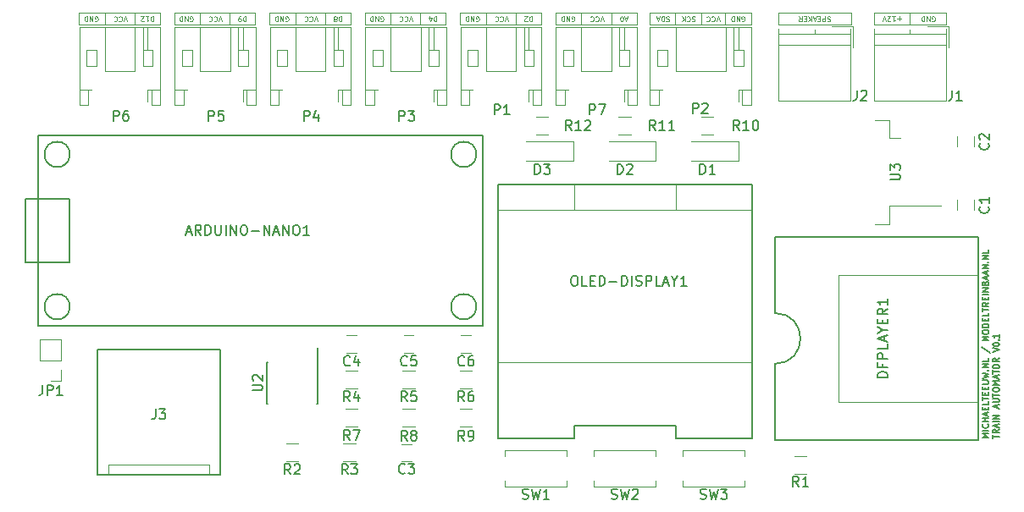
<source format=gto>
G04 #@! TF.GenerationSoftware,KiCad,Pcbnew,(2017-10-17 revision 537804b)-master*
G04 #@! TF.CreationDate,2017-12-04T11:47:58+01:00*
G04 #@! TF.ProjectId,TrainAutomator,547261696E4175746F6D61746F722E6B,rev?*
G04 #@! TF.SameCoordinates,Original*
G04 #@! TF.FileFunction,Legend,Top*
G04 #@! TF.FilePolarity,Positive*
%FSLAX46Y46*%
G04 Gerber Fmt 4.6, Leading zero omitted, Abs format (unit mm)*
G04 Created by KiCad (PCBNEW (2017-10-17 revision 537804b)-master) date 2017 December 04, Monday 11:47:58*
%MOMM*%
%LPD*%
G01*
G04 APERTURE LIST*
%ADD10C,0.125000*%
%ADD11C,0.100000*%
%ADD12C,0.152400*%
%ADD13C,0.200000*%
%ADD14C,0.120000*%
%ADD15C,0.150000*%
G04 APERTURE END LIST*
D10*
X103965952Y-13340000D02*
X104013571Y-13363809D01*
X104085000Y-13363809D01*
X104156428Y-13340000D01*
X104204047Y-13292380D01*
X104227857Y-13244761D01*
X104251666Y-13149523D01*
X104251666Y-13078095D01*
X104227857Y-12982857D01*
X104204047Y-12935238D01*
X104156428Y-12887619D01*
X104085000Y-12863809D01*
X104037380Y-12863809D01*
X103965952Y-12887619D01*
X103942142Y-12911428D01*
X103942142Y-13078095D01*
X104037380Y-13078095D01*
X103727857Y-12863809D02*
X103727857Y-13363809D01*
X103442142Y-12863809D01*
X103442142Y-13363809D01*
X103204047Y-12863809D02*
X103204047Y-13363809D01*
X103085000Y-13363809D01*
X103013571Y-13340000D01*
X102965952Y-13292380D01*
X102942142Y-13244761D01*
X102918333Y-13149523D01*
X102918333Y-13078095D01*
X102942142Y-12982857D01*
X102965952Y-12935238D01*
X103013571Y-12887619D01*
X103085000Y-12863809D01*
X103204047Y-12863809D01*
D11*
X101760000Y-13665000D02*
X101760000Y-12515000D01*
D10*
X100865952Y-13054285D02*
X100485000Y-13054285D01*
X100675476Y-12863809D02*
X100675476Y-13244761D01*
X99985000Y-12863809D02*
X100270714Y-12863809D01*
X100127857Y-12863809D02*
X100127857Y-13363809D01*
X100175476Y-13292380D01*
X100223095Y-13244761D01*
X100270714Y-13220952D01*
X99794523Y-13316190D02*
X99770714Y-13340000D01*
X99723095Y-13363809D01*
X99604047Y-13363809D01*
X99556428Y-13340000D01*
X99532619Y-13316190D01*
X99508809Y-13268571D01*
X99508809Y-13220952D01*
X99532619Y-13149523D01*
X99818333Y-12863809D01*
X99508809Y-12863809D01*
X99365952Y-13363809D02*
X99199285Y-12863809D01*
X99032619Y-13363809D01*
D11*
X105410000Y-13690000D02*
X105410000Y-12490000D01*
X105410000Y-12490000D02*
X98160000Y-12490000D01*
X98160000Y-13690000D02*
X105410000Y-13690000D01*
X98160000Y-12490000D02*
X98160000Y-13690000D01*
D10*
X93769523Y-12887619D02*
X93698095Y-12863809D01*
X93579047Y-12863809D01*
X93531428Y-12887619D01*
X93507619Y-12911428D01*
X93483809Y-12959047D01*
X93483809Y-13006666D01*
X93507619Y-13054285D01*
X93531428Y-13078095D01*
X93579047Y-13101904D01*
X93674285Y-13125714D01*
X93721904Y-13149523D01*
X93745714Y-13173333D01*
X93769523Y-13220952D01*
X93769523Y-13268571D01*
X93745714Y-13316190D01*
X93721904Y-13340000D01*
X93674285Y-13363809D01*
X93555238Y-13363809D01*
X93483809Y-13340000D01*
X93269523Y-12863809D02*
X93269523Y-13363809D01*
X93079047Y-13363809D01*
X93031428Y-13340000D01*
X93007619Y-13316190D01*
X92983809Y-13268571D01*
X92983809Y-13197142D01*
X93007619Y-13149523D01*
X93031428Y-13125714D01*
X93079047Y-13101904D01*
X93269523Y-13101904D01*
X92769523Y-13125714D02*
X92602857Y-13125714D01*
X92531428Y-12863809D02*
X92769523Y-12863809D01*
X92769523Y-13363809D01*
X92531428Y-13363809D01*
X92340952Y-13006666D02*
X92102857Y-13006666D01*
X92388571Y-12863809D02*
X92221904Y-13363809D01*
X92055238Y-12863809D01*
X91888571Y-12863809D02*
X91888571Y-13363809D01*
X91602857Y-12863809D02*
X91817142Y-13149523D01*
X91602857Y-13363809D02*
X91888571Y-13078095D01*
X91388571Y-13125714D02*
X91221904Y-13125714D01*
X91150476Y-12863809D02*
X91388571Y-12863809D01*
X91388571Y-13363809D01*
X91150476Y-13363809D01*
X90650476Y-12863809D02*
X90817142Y-13101904D01*
X90936190Y-12863809D02*
X90936190Y-13363809D01*
X90745714Y-13363809D01*
X90698095Y-13340000D01*
X90674285Y-13316190D01*
X90650476Y-13268571D01*
X90650476Y-13197142D01*
X90674285Y-13149523D01*
X90698095Y-13125714D01*
X90745714Y-13101904D01*
X90936190Y-13101904D01*
D11*
X95860000Y-13690000D02*
X95860000Y-12490000D01*
X95860000Y-12490000D02*
X88610000Y-12490000D01*
X88610000Y-13690000D02*
X95860000Y-13690000D01*
X88610000Y-12490000D02*
X88610000Y-13690000D01*
D10*
X82726666Y-13363809D02*
X82560000Y-12863809D01*
X82393333Y-13363809D01*
X81940952Y-12911428D02*
X81964761Y-12887619D01*
X82036190Y-12863809D01*
X82083809Y-12863809D01*
X82155238Y-12887619D01*
X82202857Y-12935238D01*
X82226666Y-12982857D01*
X82250476Y-13078095D01*
X82250476Y-13149523D01*
X82226666Y-13244761D01*
X82202857Y-13292380D01*
X82155238Y-13340000D01*
X82083809Y-13363809D01*
X82036190Y-13363809D01*
X81964761Y-13340000D01*
X81940952Y-13316190D01*
X81440952Y-12911428D02*
X81464761Y-12887619D01*
X81536190Y-12863809D01*
X81583809Y-12863809D01*
X81655238Y-12887619D01*
X81702857Y-12935238D01*
X81726666Y-12982857D01*
X81750476Y-13078095D01*
X81750476Y-13149523D01*
X81726666Y-13244761D01*
X81702857Y-13292380D01*
X81655238Y-13340000D01*
X81583809Y-13363809D01*
X81536190Y-13363809D01*
X81464761Y-13340000D01*
X81440952Y-13316190D01*
D11*
X83310000Y-13690000D02*
X83310000Y-12490000D01*
D10*
X77667142Y-12887619D02*
X77595714Y-12863809D01*
X77476666Y-12863809D01*
X77429047Y-12887619D01*
X77405238Y-12911428D01*
X77381428Y-12959047D01*
X77381428Y-13006666D01*
X77405238Y-13054285D01*
X77429047Y-13078095D01*
X77476666Y-13101904D01*
X77571904Y-13125714D01*
X77619523Y-13149523D01*
X77643333Y-13173333D01*
X77667142Y-13220952D01*
X77667142Y-13268571D01*
X77643333Y-13316190D01*
X77619523Y-13340000D01*
X77571904Y-13363809D01*
X77452857Y-13363809D01*
X77381428Y-13340000D01*
X77167142Y-12863809D02*
X77167142Y-13363809D01*
X77048095Y-13363809D01*
X76976666Y-13340000D01*
X76929047Y-13292380D01*
X76905238Y-13244761D01*
X76881428Y-13149523D01*
X76881428Y-13078095D01*
X76905238Y-12982857D01*
X76929047Y-12935238D01*
X76976666Y-12887619D01*
X77048095Y-12863809D01*
X77167142Y-12863809D01*
X76690952Y-13006666D02*
X76452857Y-13006666D01*
X76738571Y-12863809D02*
X76571904Y-13363809D01*
X76405238Y-12863809D01*
X84940952Y-13340000D02*
X84988571Y-13363809D01*
X85060000Y-13363809D01*
X85131428Y-13340000D01*
X85179047Y-13292380D01*
X85202857Y-13244761D01*
X85226666Y-13149523D01*
X85226666Y-13078095D01*
X85202857Y-12982857D01*
X85179047Y-12935238D01*
X85131428Y-12887619D01*
X85060000Y-12863809D01*
X85012380Y-12863809D01*
X84940952Y-12887619D01*
X84917142Y-12911428D01*
X84917142Y-13078095D01*
X85012380Y-13078095D01*
X84702857Y-12863809D02*
X84702857Y-13363809D01*
X84417142Y-12863809D01*
X84417142Y-13363809D01*
X84179047Y-12863809D02*
X84179047Y-13363809D01*
X84060000Y-13363809D01*
X83988571Y-13340000D01*
X83940952Y-13292380D01*
X83917142Y-13244761D01*
X83893333Y-13149523D01*
X83893333Y-13078095D01*
X83917142Y-12982857D01*
X83940952Y-12935238D01*
X83988571Y-12887619D01*
X84060000Y-12863809D01*
X84179047Y-12863809D01*
X80252857Y-12887619D02*
X80181428Y-12863809D01*
X80062380Y-12863809D01*
X80014761Y-12887619D01*
X79990952Y-12911428D01*
X79967142Y-12959047D01*
X79967142Y-13006666D01*
X79990952Y-13054285D01*
X80014761Y-13078095D01*
X80062380Y-13101904D01*
X80157619Y-13125714D01*
X80205238Y-13149523D01*
X80229047Y-13173333D01*
X80252857Y-13220952D01*
X80252857Y-13268571D01*
X80229047Y-13316190D01*
X80205238Y-13340000D01*
X80157619Y-13363809D01*
X80038571Y-13363809D01*
X79967142Y-13340000D01*
X79467142Y-12911428D02*
X79490952Y-12887619D01*
X79562380Y-12863809D01*
X79610000Y-12863809D01*
X79681428Y-12887619D01*
X79729047Y-12935238D01*
X79752857Y-12982857D01*
X79776666Y-13078095D01*
X79776666Y-13149523D01*
X79752857Y-13244761D01*
X79729047Y-13292380D01*
X79681428Y-13340000D01*
X79610000Y-13363809D01*
X79562380Y-13363809D01*
X79490952Y-13340000D01*
X79467142Y-13316190D01*
X79252857Y-12863809D02*
X79252857Y-13363809D01*
X78967142Y-12863809D02*
X79181428Y-13149523D01*
X78967142Y-13363809D02*
X79252857Y-13078095D01*
D11*
X85860000Y-13690000D02*
X85860000Y-12490000D01*
X85860000Y-12490000D02*
X75760000Y-12490000D01*
X80910000Y-13690000D02*
X80910000Y-12490000D01*
X78310000Y-13690000D02*
X78310000Y-12490000D01*
X75760000Y-13690000D02*
X85860000Y-13690000D01*
X75760000Y-12490000D02*
X75760000Y-13690000D01*
D10*
X71126666Y-13363809D02*
X70960000Y-12863809D01*
X70793333Y-13363809D01*
X70340952Y-12911428D02*
X70364761Y-12887619D01*
X70436190Y-12863809D01*
X70483809Y-12863809D01*
X70555238Y-12887619D01*
X70602857Y-12935238D01*
X70626666Y-12982857D01*
X70650476Y-13078095D01*
X70650476Y-13149523D01*
X70626666Y-13244761D01*
X70602857Y-13292380D01*
X70555238Y-13340000D01*
X70483809Y-13363809D01*
X70436190Y-13363809D01*
X70364761Y-13340000D01*
X70340952Y-13316190D01*
X69840952Y-12911428D02*
X69864761Y-12887619D01*
X69936190Y-12863809D01*
X69983809Y-12863809D01*
X70055238Y-12887619D01*
X70102857Y-12935238D01*
X70126666Y-12982857D01*
X70150476Y-13078095D01*
X70150476Y-13149523D01*
X70126666Y-13244761D01*
X70102857Y-13292380D01*
X70055238Y-13340000D01*
X69983809Y-13363809D01*
X69936190Y-13363809D01*
X69864761Y-13340000D01*
X69840952Y-13316190D01*
X73517142Y-13006666D02*
X73279047Y-13006666D01*
X73564761Y-12863809D02*
X73398095Y-13363809D01*
X73231428Y-12863809D01*
X72969523Y-13363809D02*
X72921904Y-13363809D01*
X72874285Y-13340000D01*
X72850476Y-13316190D01*
X72826666Y-13268571D01*
X72802857Y-13173333D01*
X72802857Y-13054285D01*
X72826666Y-12959047D01*
X72850476Y-12911428D01*
X72874285Y-12887619D01*
X72921904Y-12863809D01*
X72969523Y-12863809D01*
X73017142Y-12887619D01*
X73040952Y-12911428D01*
X73064761Y-12959047D01*
X73088571Y-13054285D01*
X73088571Y-13173333D01*
X73064761Y-13268571D01*
X73040952Y-13316190D01*
X73017142Y-13340000D01*
X72969523Y-13363809D01*
X67940952Y-13340000D02*
X67988571Y-13363809D01*
X68060000Y-13363809D01*
X68131428Y-13340000D01*
X68179047Y-13292380D01*
X68202857Y-13244761D01*
X68226666Y-13149523D01*
X68226666Y-13078095D01*
X68202857Y-12982857D01*
X68179047Y-12935238D01*
X68131428Y-12887619D01*
X68060000Y-12863809D01*
X68012380Y-12863809D01*
X67940952Y-12887619D01*
X67917142Y-12911428D01*
X67917142Y-13078095D01*
X68012380Y-13078095D01*
X67702857Y-12863809D02*
X67702857Y-13363809D01*
X67417142Y-12863809D01*
X67417142Y-13363809D01*
X67179047Y-12863809D02*
X67179047Y-13363809D01*
X67060000Y-13363809D01*
X66988571Y-13340000D01*
X66940952Y-13292380D01*
X66917142Y-13244761D01*
X66893333Y-13149523D01*
X66893333Y-13078095D01*
X66917142Y-12982857D01*
X66940952Y-12935238D01*
X66988571Y-12887619D01*
X67060000Y-12863809D01*
X67179047Y-12863809D01*
D11*
X66360000Y-13690000D02*
X74460000Y-13690000D01*
X74460000Y-12490000D02*
X66360000Y-12490000D01*
X71910000Y-13690000D02*
X71910000Y-12490000D01*
X66360000Y-12490000D02*
X66360000Y-13690000D01*
X74460000Y-13690000D02*
X74460000Y-12490000D01*
X68910000Y-13690000D02*
X68910000Y-12490000D01*
D10*
X63979047Y-12863809D02*
X63979047Y-13363809D01*
X63860000Y-13363809D01*
X63788571Y-13340000D01*
X63740952Y-13292380D01*
X63717142Y-13244761D01*
X63693333Y-13149523D01*
X63693333Y-13078095D01*
X63717142Y-12982857D01*
X63740952Y-12935238D01*
X63788571Y-12887619D01*
X63860000Y-12863809D01*
X63979047Y-12863809D01*
X63502857Y-13316190D02*
X63479047Y-13340000D01*
X63431428Y-13363809D01*
X63312380Y-13363809D01*
X63264761Y-13340000D01*
X63240952Y-13316190D01*
X63217142Y-13268571D01*
X63217142Y-13220952D01*
X63240952Y-13149523D01*
X63526666Y-12863809D01*
X63217142Y-12863809D01*
X58390952Y-13340000D02*
X58438571Y-13363809D01*
X58510000Y-13363809D01*
X58581428Y-13340000D01*
X58629047Y-13292380D01*
X58652857Y-13244761D01*
X58676666Y-13149523D01*
X58676666Y-13078095D01*
X58652857Y-12982857D01*
X58629047Y-12935238D01*
X58581428Y-12887619D01*
X58510000Y-12863809D01*
X58462380Y-12863809D01*
X58390952Y-12887619D01*
X58367142Y-12911428D01*
X58367142Y-13078095D01*
X58462380Y-13078095D01*
X58152857Y-12863809D02*
X58152857Y-13363809D01*
X57867142Y-12863809D01*
X57867142Y-13363809D01*
X57629047Y-12863809D02*
X57629047Y-13363809D01*
X57510000Y-13363809D01*
X57438571Y-13340000D01*
X57390952Y-13292380D01*
X57367142Y-13244761D01*
X57343333Y-13149523D01*
X57343333Y-13078095D01*
X57367142Y-12982857D01*
X57390952Y-12935238D01*
X57438571Y-12887619D01*
X57510000Y-12863809D01*
X57629047Y-12863809D01*
X61576666Y-13363809D02*
X61410000Y-12863809D01*
X61243333Y-13363809D01*
X60790952Y-12911428D02*
X60814761Y-12887619D01*
X60886190Y-12863809D01*
X60933809Y-12863809D01*
X61005238Y-12887619D01*
X61052857Y-12935238D01*
X61076666Y-12982857D01*
X61100476Y-13078095D01*
X61100476Y-13149523D01*
X61076666Y-13244761D01*
X61052857Y-13292380D01*
X61005238Y-13340000D01*
X60933809Y-13363809D01*
X60886190Y-13363809D01*
X60814761Y-13340000D01*
X60790952Y-13316190D01*
X60290952Y-12911428D02*
X60314761Y-12887619D01*
X60386190Y-12863809D01*
X60433809Y-12863809D01*
X60505238Y-12887619D01*
X60552857Y-12935238D01*
X60576666Y-12982857D01*
X60600476Y-13078095D01*
X60600476Y-13149523D01*
X60576666Y-13244761D01*
X60552857Y-13292380D01*
X60505238Y-13340000D01*
X60433809Y-13363809D01*
X60386190Y-13363809D01*
X60314761Y-13340000D01*
X60290952Y-13316190D01*
D11*
X64910000Y-12490000D02*
X56810000Y-12490000D01*
X56810000Y-13690000D02*
X64910000Y-13690000D01*
X59360000Y-13690000D02*
X59360000Y-12490000D01*
X56810000Y-12490000D02*
X56810000Y-13690000D01*
X62360000Y-13690000D02*
X62360000Y-12490000D01*
X64910000Y-13690000D02*
X64910000Y-12490000D01*
D10*
X52026666Y-13363809D02*
X51860000Y-12863809D01*
X51693333Y-13363809D01*
X51240952Y-12911428D02*
X51264761Y-12887619D01*
X51336190Y-12863809D01*
X51383809Y-12863809D01*
X51455238Y-12887619D01*
X51502857Y-12935238D01*
X51526666Y-12982857D01*
X51550476Y-13078095D01*
X51550476Y-13149523D01*
X51526666Y-13244761D01*
X51502857Y-13292380D01*
X51455238Y-13340000D01*
X51383809Y-13363809D01*
X51336190Y-13363809D01*
X51264761Y-13340000D01*
X51240952Y-13316190D01*
X50740952Y-12911428D02*
X50764761Y-12887619D01*
X50836190Y-12863809D01*
X50883809Y-12863809D01*
X50955238Y-12887619D01*
X51002857Y-12935238D01*
X51026666Y-12982857D01*
X51050476Y-13078095D01*
X51050476Y-13149523D01*
X51026666Y-13244761D01*
X51002857Y-13292380D01*
X50955238Y-13340000D01*
X50883809Y-13363809D01*
X50836190Y-13363809D01*
X50764761Y-13340000D01*
X50740952Y-13316190D01*
X54429047Y-12863809D02*
X54429047Y-13363809D01*
X54310000Y-13363809D01*
X54238571Y-13340000D01*
X54190952Y-13292380D01*
X54167142Y-13244761D01*
X54143333Y-13149523D01*
X54143333Y-13078095D01*
X54167142Y-12982857D01*
X54190952Y-12935238D01*
X54238571Y-12887619D01*
X54310000Y-12863809D01*
X54429047Y-12863809D01*
X53714761Y-13197142D02*
X53714761Y-12863809D01*
X53833809Y-13387619D02*
X53952857Y-13030476D01*
X53643333Y-13030476D01*
X48840952Y-13340000D02*
X48888571Y-13363809D01*
X48960000Y-13363809D01*
X49031428Y-13340000D01*
X49079047Y-13292380D01*
X49102857Y-13244761D01*
X49126666Y-13149523D01*
X49126666Y-13078095D01*
X49102857Y-12982857D01*
X49079047Y-12935238D01*
X49031428Y-12887619D01*
X48960000Y-12863809D01*
X48912380Y-12863809D01*
X48840952Y-12887619D01*
X48817142Y-12911428D01*
X48817142Y-13078095D01*
X48912380Y-13078095D01*
X48602857Y-12863809D02*
X48602857Y-13363809D01*
X48317142Y-12863809D01*
X48317142Y-13363809D01*
X48079047Y-12863809D02*
X48079047Y-13363809D01*
X47960000Y-13363809D01*
X47888571Y-13340000D01*
X47840952Y-13292380D01*
X47817142Y-13244761D01*
X47793333Y-13149523D01*
X47793333Y-13078095D01*
X47817142Y-12982857D01*
X47840952Y-12935238D01*
X47888571Y-12887619D01*
X47960000Y-12863809D01*
X48079047Y-12863809D01*
D11*
X55360000Y-12490000D02*
X47260000Y-12490000D01*
X52810000Y-13690000D02*
X52810000Y-12490000D01*
X47260000Y-12490000D02*
X47260000Y-13690000D01*
X55360000Y-13690000D02*
X55360000Y-12490000D01*
X49810000Y-13690000D02*
X49810000Y-12490000D01*
X47260000Y-13690000D02*
X55360000Y-13690000D01*
D10*
X39340952Y-13340000D02*
X39388571Y-13363809D01*
X39460000Y-13363809D01*
X39531428Y-13340000D01*
X39579047Y-13292380D01*
X39602857Y-13244761D01*
X39626666Y-13149523D01*
X39626666Y-13078095D01*
X39602857Y-12982857D01*
X39579047Y-12935238D01*
X39531428Y-12887619D01*
X39460000Y-12863809D01*
X39412380Y-12863809D01*
X39340952Y-12887619D01*
X39317142Y-12911428D01*
X39317142Y-13078095D01*
X39412380Y-13078095D01*
X39102857Y-12863809D02*
X39102857Y-13363809D01*
X38817142Y-12863809D01*
X38817142Y-13363809D01*
X38579047Y-12863809D02*
X38579047Y-13363809D01*
X38460000Y-13363809D01*
X38388571Y-13340000D01*
X38340952Y-13292380D01*
X38317142Y-13244761D01*
X38293333Y-13149523D01*
X38293333Y-13078095D01*
X38317142Y-12982857D01*
X38340952Y-12935238D01*
X38388571Y-12887619D01*
X38460000Y-12863809D01*
X38579047Y-12863809D01*
X42526666Y-13363809D02*
X42360000Y-12863809D01*
X42193333Y-13363809D01*
X41740952Y-12911428D02*
X41764761Y-12887619D01*
X41836190Y-12863809D01*
X41883809Y-12863809D01*
X41955238Y-12887619D01*
X42002857Y-12935238D01*
X42026666Y-12982857D01*
X42050476Y-13078095D01*
X42050476Y-13149523D01*
X42026666Y-13244761D01*
X42002857Y-13292380D01*
X41955238Y-13340000D01*
X41883809Y-13363809D01*
X41836190Y-13363809D01*
X41764761Y-13340000D01*
X41740952Y-13316190D01*
X41240952Y-12911428D02*
X41264761Y-12887619D01*
X41336190Y-12863809D01*
X41383809Y-12863809D01*
X41455238Y-12887619D01*
X41502857Y-12935238D01*
X41526666Y-12982857D01*
X41550476Y-13078095D01*
X41550476Y-13149523D01*
X41526666Y-13244761D01*
X41502857Y-13292380D01*
X41455238Y-13340000D01*
X41383809Y-13363809D01*
X41336190Y-13363809D01*
X41264761Y-13340000D01*
X41240952Y-13316190D01*
X44929047Y-12863809D02*
X44929047Y-13363809D01*
X44810000Y-13363809D01*
X44738571Y-13340000D01*
X44690952Y-13292380D01*
X44667142Y-13244761D01*
X44643333Y-13149523D01*
X44643333Y-13078095D01*
X44667142Y-12982857D01*
X44690952Y-12935238D01*
X44738571Y-12887619D01*
X44810000Y-12863809D01*
X44929047Y-12863809D01*
X44357619Y-13149523D02*
X44405238Y-13173333D01*
X44429047Y-13197142D01*
X44452857Y-13244761D01*
X44452857Y-13268571D01*
X44429047Y-13316190D01*
X44405238Y-13340000D01*
X44357619Y-13363809D01*
X44262380Y-13363809D01*
X44214761Y-13340000D01*
X44190952Y-13316190D01*
X44167142Y-13268571D01*
X44167142Y-13244761D01*
X44190952Y-13197142D01*
X44214761Y-13173333D01*
X44262380Y-13149523D01*
X44357619Y-13149523D01*
X44405238Y-13125714D01*
X44429047Y-13101904D01*
X44452857Y-13054285D01*
X44452857Y-12959047D01*
X44429047Y-12911428D01*
X44405238Y-12887619D01*
X44357619Y-12863809D01*
X44262380Y-12863809D01*
X44214761Y-12887619D01*
X44190952Y-12911428D01*
X44167142Y-12959047D01*
X44167142Y-13054285D01*
X44190952Y-13101904D01*
X44214761Y-13125714D01*
X44262380Y-13149523D01*
D11*
X45860000Y-12490000D02*
X37760000Y-12490000D01*
X45860000Y-13690000D02*
X45860000Y-12490000D01*
X37760000Y-13690000D02*
X45860000Y-13690000D01*
X43310000Y-13690000D02*
X43310000Y-12490000D01*
X40310000Y-13690000D02*
X40310000Y-12490000D01*
X37760000Y-12490000D02*
X37760000Y-13690000D01*
D10*
X35379047Y-12863809D02*
X35379047Y-13363809D01*
X35260000Y-13363809D01*
X35188571Y-13340000D01*
X35140952Y-13292380D01*
X35117142Y-13244761D01*
X35093333Y-13149523D01*
X35093333Y-13078095D01*
X35117142Y-12982857D01*
X35140952Y-12935238D01*
X35188571Y-12887619D01*
X35260000Y-12863809D01*
X35379047Y-12863809D01*
X34855238Y-12863809D02*
X34760000Y-12863809D01*
X34712380Y-12887619D01*
X34688571Y-12911428D01*
X34640952Y-12982857D01*
X34617142Y-13078095D01*
X34617142Y-13268571D01*
X34640952Y-13316190D01*
X34664761Y-13340000D01*
X34712380Y-13363809D01*
X34807619Y-13363809D01*
X34855238Y-13340000D01*
X34879047Y-13316190D01*
X34902857Y-13268571D01*
X34902857Y-13149523D01*
X34879047Y-13101904D01*
X34855238Y-13078095D01*
X34807619Y-13054285D01*
X34712380Y-13054285D01*
X34664761Y-13078095D01*
X34640952Y-13101904D01*
X34617142Y-13149523D01*
X32976666Y-13363809D02*
X32810000Y-12863809D01*
X32643333Y-13363809D01*
X32190952Y-12911428D02*
X32214761Y-12887619D01*
X32286190Y-12863809D01*
X32333809Y-12863809D01*
X32405238Y-12887619D01*
X32452857Y-12935238D01*
X32476666Y-12982857D01*
X32500476Y-13078095D01*
X32500476Y-13149523D01*
X32476666Y-13244761D01*
X32452857Y-13292380D01*
X32405238Y-13340000D01*
X32333809Y-13363809D01*
X32286190Y-13363809D01*
X32214761Y-13340000D01*
X32190952Y-13316190D01*
X31690952Y-12911428D02*
X31714761Y-12887619D01*
X31786190Y-12863809D01*
X31833809Y-12863809D01*
X31905238Y-12887619D01*
X31952857Y-12935238D01*
X31976666Y-12982857D01*
X32000476Y-13078095D01*
X32000476Y-13149523D01*
X31976666Y-13244761D01*
X31952857Y-13292380D01*
X31905238Y-13340000D01*
X31833809Y-13363809D01*
X31786190Y-13363809D01*
X31714761Y-13340000D01*
X31690952Y-13316190D01*
D11*
X30760000Y-13690000D02*
X30760000Y-12490000D01*
X36310000Y-13690000D02*
X36310000Y-12490000D01*
X33760000Y-13690000D02*
X33760000Y-12490000D01*
D10*
X29790952Y-13340000D02*
X29838571Y-13363809D01*
X29910000Y-13363809D01*
X29981428Y-13340000D01*
X30029047Y-13292380D01*
X30052857Y-13244761D01*
X30076666Y-13149523D01*
X30076666Y-13078095D01*
X30052857Y-12982857D01*
X30029047Y-12935238D01*
X29981428Y-12887619D01*
X29910000Y-12863809D01*
X29862380Y-12863809D01*
X29790952Y-12887619D01*
X29767142Y-12911428D01*
X29767142Y-13078095D01*
X29862380Y-13078095D01*
X29552857Y-12863809D02*
X29552857Y-13363809D01*
X29267142Y-12863809D01*
X29267142Y-13363809D01*
X29029047Y-12863809D02*
X29029047Y-13363809D01*
X28910000Y-13363809D01*
X28838571Y-13340000D01*
X28790952Y-13292380D01*
X28767142Y-13244761D01*
X28743333Y-13149523D01*
X28743333Y-13078095D01*
X28767142Y-12982857D01*
X28790952Y-12935238D01*
X28838571Y-12887619D01*
X28910000Y-12863809D01*
X29029047Y-12863809D01*
D11*
X28210000Y-12490000D02*
X28210000Y-13690000D01*
X28210000Y-13690000D02*
X36310000Y-13690000D01*
X36310000Y-12490000D02*
X28210000Y-12490000D01*
D10*
X26117142Y-12863809D02*
X26117142Y-13363809D01*
X25998095Y-13363809D01*
X25926666Y-13340000D01*
X25879047Y-13292380D01*
X25855238Y-13244761D01*
X25831428Y-13149523D01*
X25831428Y-13078095D01*
X25855238Y-12982857D01*
X25879047Y-12935238D01*
X25926666Y-12887619D01*
X25998095Y-12863809D01*
X26117142Y-12863809D01*
X25355238Y-12863809D02*
X25640952Y-12863809D01*
X25498095Y-12863809D02*
X25498095Y-13363809D01*
X25545714Y-13292380D01*
X25593333Y-13244761D01*
X25640952Y-13220952D01*
X25164761Y-13316190D02*
X25140952Y-13340000D01*
X25093333Y-13363809D01*
X24974285Y-13363809D01*
X24926666Y-13340000D01*
X24902857Y-13316190D01*
X24879047Y-13268571D01*
X24879047Y-13220952D01*
X24902857Y-13149523D01*
X25188571Y-12863809D01*
X24879047Y-12863809D01*
X23476666Y-13363809D02*
X23310000Y-12863809D01*
X23143333Y-13363809D01*
X22690952Y-12911428D02*
X22714761Y-12887619D01*
X22786190Y-12863809D01*
X22833809Y-12863809D01*
X22905238Y-12887619D01*
X22952857Y-12935238D01*
X22976666Y-12982857D01*
X23000476Y-13078095D01*
X23000476Y-13149523D01*
X22976666Y-13244761D01*
X22952857Y-13292380D01*
X22905238Y-13340000D01*
X22833809Y-13363809D01*
X22786190Y-13363809D01*
X22714761Y-13340000D01*
X22690952Y-13316190D01*
X22190952Y-12911428D02*
X22214761Y-12887619D01*
X22286190Y-12863809D01*
X22333809Y-12863809D01*
X22405238Y-12887619D01*
X22452857Y-12935238D01*
X22476666Y-12982857D01*
X22500476Y-13078095D01*
X22500476Y-13149523D01*
X22476666Y-13244761D01*
X22452857Y-13292380D01*
X22405238Y-13340000D01*
X22333809Y-13363809D01*
X22286190Y-13363809D01*
X22214761Y-13340000D01*
X22190952Y-13316190D01*
X20290952Y-13340000D02*
X20338571Y-13363809D01*
X20410000Y-13363809D01*
X20481428Y-13340000D01*
X20529047Y-13292380D01*
X20552857Y-13244761D01*
X20576666Y-13149523D01*
X20576666Y-13078095D01*
X20552857Y-12982857D01*
X20529047Y-12935238D01*
X20481428Y-12887619D01*
X20410000Y-12863809D01*
X20362380Y-12863809D01*
X20290952Y-12887619D01*
X20267142Y-12911428D01*
X20267142Y-13078095D01*
X20362380Y-13078095D01*
X20052857Y-12863809D02*
X20052857Y-13363809D01*
X19767142Y-12863809D01*
X19767142Y-13363809D01*
X19529047Y-12863809D02*
X19529047Y-13363809D01*
X19410000Y-13363809D01*
X19338571Y-13340000D01*
X19290952Y-13292380D01*
X19267142Y-13244761D01*
X19243333Y-13149523D01*
X19243333Y-13078095D01*
X19267142Y-12982857D01*
X19290952Y-12935238D01*
X19338571Y-12887619D01*
X19410000Y-12863809D01*
X19529047Y-12863809D01*
D11*
X24260000Y-13690000D02*
X24260000Y-12490000D01*
X21260000Y-13690000D02*
X21260000Y-12490000D01*
X18710000Y-12490000D02*
X18710000Y-13690000D01*
X26810000Y-12490000D02*
X18710000Y-12490000D01*
X26810000Y-13690000D02*
X26810000Y-12490000D01*
X18710000Y-13690000D02*
X26810000Y-13690000D01*
D12*
X109597371Y-55000797D02*
X108987771Y-55000797D01*
X109423200Y-54797597D01*
X108987771Y-54594397D01*
X109597371Y-54594397D01*
X109597371Y-54304111D02*
X108987771Y-54304111D01*
X109539314Y-53665482D02*
X109568342Y-53694511D01*
X109597371Y-53781597D01*
X109597371Y-53839654D01*
X109568342Y-53926740D01*
X109510285Y-53984797D01*
X109452228Y-54013825D01*
X109336114Y-54042854D01*
X109249028Y-54042854D01*
X109132914Y-54013825D01*
X109074857Y-53984797D01*
X109016800Y-53926740D01*
X108987771Y-53839654D01*
X108987771Y-53781597D01*
X109016800Y-53694511D01*
X109045828Y-53665482D01*
X109597371Y-53404225D02*
X108987771Y-53404225D01*
X109278057Y-53404225D02*
X109278057Y-53055882D01*
X109597371Y-53055882D02*
X108987771Y-53055882D01*
X109423200Y-52794625D02*
X109423200Y-52504340D01*
X109597371Y-52852682D02*
X108987771Y-52649482D01*
X109597371Y-52446282D01*
X109278057Y-52243082D02*
X109278057Y-52039882D01*
X109597371Y-51952797D02*
X109597371Y-52243082D01*
X108987771Y-52243082D01*
X108987771Y-51952797D01*
X109597371Y-51401254D02*
X109597371Y-51691540D01*
X108987771Y-51691540D01*
X108987771Y-51285140D02*
X108987771Y-50936797D01*
X109597371Y-51110968D02*
X108987771Y-51110968D01*
X109278057Y-50733597D02*
X109278057Y-50530397D01*
X109597371Y-50443311D02*
X109597371Y-50733597D01*
X108987771Y-50733597D01*
X108987771Y-50443311D01*
X109278057Y-50182054D02*
X109278057Y-49978854D01*
X109597371Y-49891768D02*
X109597371Y-50182054D01*
X108987771Y-50182054D01*
X108987771Y-49891768D01*
X108987771Y-49630511D02*
X109481257Y-49630511D01*
X109539314Y-49601482D01*
X109568342Y-49572454D01*
X109597371Y-49514397D01*
X109597371Y-49398282D01*
X109568342Y-49340225D01*
X109539314Y-49311197D01*
X109481257Y-49282168D01*
X108987771Y-49282168D01*
X108987771Y-49049940D02*
X109597371Y-48904797D01*
X109161942Y-48788682D01*
X109597371Y-48672568D01*
X108987771Y-48527425D01*
X109539314Y-48295197D02*
X109568342Y-48266168D01*
X109597371Y-48295197D01*
X109568342Y-48324225D01*
X109539314Y-48295197D01*
X109597371Y-48295197D01*
X109597371Y-48004911D02*
X108987771Y-48004911D01*
X109597371Y-47656568D01*
X108987771Y-47656568D01*
X109597371Y-47075997D02*
X109597371Y-47366282D01*
X108987771Y-47366282D01*
X108958742Y-45972911D02*
X109742514Y-46495425D01*
X109597371Y-45305254D02*
X108987771Y-45305254D01*
X109423200Y-45102054D01*
X108987771Y-44898854D01*
X109597371Y-44898854D01*
X108987771Y-44492454D02*
X108987771Y-44376340D01*
X109016800Y-44318282D01*
X109074857Y-44260225D01*
X109190971Y-44231197D01*
X109394171Y-44231197D01*
X109510285Y-44260225D01*
X109568342Y-44318282D01*
X109597371Y-44376340D01*
X109597371Y-44492454D01*
X109568342Y-44550511D01*
X109510285Y-44608568D01*
X109394171Y-44637597D01*
X109190971Y-44637597D01*
X109074857Y-44608568D01*
X109016800Y-44550511D01*
X108987771Y-44492454D01*
X109597371Y-43969940D02*
X108987771Y-43969940D01*
X108987771Y-43824797D01*
X109016800Y-43737711D01*
X109074857Y-43679654D01*
X109132914Y-43650625D01*
X109249028Y-43621597D01*
X109336114Y-43621597D01*
X109452228Y-43650625D01*
X109510285Y-43679654D01*
X109568342Y-43737711D01*
X109597371Y-43824797D01*
X109597371Y-43969940D01*
X109278057Y-43360340D02*
X109278057Y-43157140D01*
X109597371Y-43070054D02*
X109597371Y-43360340D01*
X108987771Y-43360340D01*
X108987771Y-43070054D01*
X109597371Y-42518511D02*
X109597371Y-42808797D01*
X108987771Y-42808797D01*
X108987771Y-42402397D02*
X108987771Y-42054054D01*
X109597371Y-42228225D02*
X108987771Y-42228225D01*
X109597371Y-41502511D02*
X109307085Y-41705711D01*
X109597371Y-41850854D02*
X108987771Y-41850854D01*
X108987771Y-41618625D01*
X109016800Y-41560568D01*
X109045828Y-41531540D01*
X109103885Y-41502511D01*
X109190971Y-41502511D01*
X109249028Y-41531540D01*
X109278057Y-41560568D01*
X109307085Y-41618625D01*
X109307085Y-41850854D01*
X109278057Y-41241254D02*
X109278057Y-41038054D01*
X109597371Y-40950968D02*
X109597371Y-41241254D01*
X108987771Y-41241254D01*
X108987771Y-40950968D01*
X109597371Y-40689711D02*
X108987771Y-40689711D01*
X109597371Y-40399425D02*
X108987771Y-40399425D01*
X109597371Y-40051082D01*
X108987771Y-40051082D01*
X109278057Y-39557597D02*
X109307085Y-39470511D01*
X109336114Y-39441482D01*
X109394171Y-39412454D01*
X109481257Y-39412454D01*
X109539314Y-39441482D01*
X109568342Y-39470511D01*
X109597371Y-39528568D01*
X109597371Y-39760797D01*
X108987771Y-39760797D01*
X108987771Y-39557597D01*
X109016800Y-39499540D01*
X109045828Y-39470511D01*
X109103885Y-39441482D01*
X109161942Y-39441482D01*
X109220000Y-39470511D01*
X109249028Y-39499540D01*
X109278057Y-39557597D01*
X109278057Y-39760797D01*
X109423200Y-39180225D02*
X109423200Y-38889940D01*
X109597371Y-39238282D02*
X108987771Y-39035082D01*
X109597371Y-38831882D01*
X109423200Y-38657711D02*
X109423200Y-38367425D01*
X109597371Y-38715768D02*
X108987771Y-38512568D01*
X109597371Y-38309368D01*
X109597371Y-38106168D02*
X108987771Y-38106168D01*
X109597371Y-37757825D01*
X108987771Y-37757825D01*
X109539314Y-37467540D02*
X109568342Y-37438511D01*
X109597371Y-37467540D01*
X109568342Y-37496568D01*
X109539314Y-37467540D01*
X109597371Y-37467540D01*
X109597371Y-37177254D02*
X108987771Y-37177254D01*
X109597371Y-36828911D01*
X108987771Y-36828911D01*
X109597371Y-36248340D02*
X109597371Y-36538625D01*
X108987771Y-36538625D01*
X110054571Y-55087882D02*
X110054571Y-54739540D01*
X110664171Y-54913711D02*
X110054571Y-54913711D01*
X110664171Y-54187997D02*
X110373885Y-54391197D01*
X110664171Y-54536340D02*
X110054571Y-54536340D01*
X110054571Y-54304111D01*
X110083600Y-54246054D01*
X110112628Y-54217025D01*
X110170685Y-54187997D01*
X110257771Y-54187997D01*
X110315828Y-54217025D01*
X110344857Y-54246054D01*
X110373885Y-54304111D01*
X110373885Y-54536340D01*
X110490000Y-53955768D02*
X110490000Y-53665482D01*
X110664171Y-54013825D02*
X110054571Y-53810625D01*
X110664171Y-53607425D01*
X110664171Y-53404225D02*
X110054571Y-53404225D01*
X110664171Y-53113940D02*
X110054571Y-53113940D01*
X110664171Y-52765597D01*
X110054571Y-52765597D01*
X110490000Y-52039882D02*
X110490000Y-51749597D01*
X110664171Y-52097940D02*
X110054571Y-51894740D01*
X110664171Y-51691540D01*
X110054571Y-51488340D02*
X110548057Y-51488340D01*
X110606114Y-51459311D01*
X110635142Y-51430282D01*
X110664171Y-51372225D01*
X110664171Y-51256111D01*
X110635142Y-51198054D01*
X110606114Y-51169025D01*
X110548057Y-51139997D01*
X110054571Y-51139997D01*
X110054571Y-50936797D02*
X110054571Y-50588454D01*
X110664171Y-50762625D02*
X110054571Y-50762625D01*
X110054571Y-50269140D02*
X110054571Y-50153025D01*
X110083600Y-50094968D01*
X110141657Y-50036911D01*
X110257771Y-50007882D01*
X110460971Y-50007882D01*
X110577085Y-50036911D01*
X110635142Y-50094968D01*
X110664171Y-50153025D01*
X110664171Y-50269140D01*
X110635142Y-50327197D01*
X110577085Y-50385254D01*
X110460971Y-50414282D01*
X110257771Y-50414282D01*
X110141657Y-50385254D01*
X110083600Y-50327197D01*
X110054571Y-50269140D01*
X110664171Y-49746625D02*
X110054571Y-49746625D01*
X110490000Y-49543425D01*
X110054571Y-49340225D01*
X110664171Y-49340225D01*
X110490000Y-49078968D02*
X110490000Y-48788682D01*
X110664171Y-49137025D02*
X110054571Y-48933825D01*
X110664171Y-48730625D01*
X110054571Y-48614511D02*
X110054571Y-48266168D01*
X110664171Y-48440340D02*
X110054571Y-48440340D01*
X110054571Y-47946854D02*
X110054571Y-47830740D01*
X110083600Y-47772682D01*
X110141657Y-47714625D01*
X110257771Y-47685597D01*
X110460971Y-47685597D01*
X110577085Y-47714625D01*
X110635142Y-47772682D01*
X110664171Y-47830740D01*
X110664171Y-47946854D01*
X110635142Y-48004911D01*
X110577085Y-48062968D01*
X110460971Y-48091997D01*
X110257771Y-48091997D01*
X110141657Y-48062968D01*
X110083600Y-48004911D01*
X110054571Y-47946854D01*
X110664171Y-47075997D02*
X110373885Y-47279197D01*
X110664171Y-47424340D02*
X110054571Y-47424340D01*
X110054571Y-47192111D01*
X110083600Y-47134054D01*
X110112628Y-47105025D01*
X110170685Y-47075997D01*
X110257771Y-47075997D01*
X110315828Y-47105025D01*
X110344857Y-47134054D01*
X110373885Y-47192111D01*
X110373885Y-47424340D01*
X110054571Y-46437368D02*
X110664171Y-46234168D01*
X110054571Y-46030968D01*
X110054571Y-45711654D02*
X110054571Y-45653597D01*
X110083600Y-45595540D01*
X110112628Y-45566511D01*
X110170685Y-45537482D01*
X110286800Y-45508454D01*
X110431942Y-45508454D01*
X110548057Y-45537482D01*
X110606114Y-45566511D01*
X110635142Y-45595540D01*
X110664171Y-45653597D01*
X110664171Y-45711654D01*
X110635142Y-45769711D01*
X110606114Y-45798740D01*
X110548057Y-45827768D01*
X110431942Y-45856797D01*
X110286800Y-45856797D01*
X110170685Y-45827768D01*
X110112628Y-45798740D01*
X110083600Y-45769711D01*
X110054571Y-45711654D01*
X110606114Y-45247197D02*
X110635142Y-45218168D01*
X110664171Y-45247197D01*
X110635142Y-45276225D01*
X110606114Y-45247197D01*
X110664171Y-45247197D01*
X110664171Y-44637597D02*
X110664171Y-44985940D01*
X110664171Y-44811768D02*
X110054571Y-44811768D01*
X110141657Y-44869825D01*
X110199714Y-44927882D01*
X110228742Y-44985940D01*
D11*
X94615000Y-38735000D02*
X108585000Y-38735000D01*
X94615000Y-51435000D02*
X94615000Y-38735000D01*
X108585000Y-51435000D02*
X94615000Y-51435000D01*
D13*
X88265000Y-42545000D02*
G75*
G02X88265000Y-47625000I0J-2540000D01*
G01*
X88265000Y-41275000D02*
X88265000Y-42545000D01*
X88265000Y-47625000D02*
X88265000Y-48895000D01*
X88265000Y-55245000D02*
X88265000Y-48895000D01*
X88265000Y-34925000D02*
X88265000Y-41275000D01*
X108585000Y-34925000D02*
X88265000Y-34925000D01*
X108585000Y-55245000D02*
X108585000Y-34925000D01*
X88265000Y-55245000D02*
X108585000Y-55245000D01*
D14*
X106465000Y-31250000D02*
X106465000Y-32250000D01*
X108165000Y-32250000D02*
X108165000Y-31250000D01*
X108165000Y-25900000D02*
X108165000Y-24900000D01*
X106465000Y-24900000D02*
X106465000Y-25900000D01*
X51935000Y-55665000D02*
X50935000Y-55665000D01*
X50935000Y-57365000D02*
X51935000Y-57365000D01*
X45439230Y-46496866D02*
X46439230Y-46496866D01*
X46439230Y-44796866D02*
X45439230Y-44796866D01*
X51154230Y-46496866D02*
X52154230Y-46496866D01*
X52154230Y-44796866D02*
X51154230Y-44796866D01*
X56869230Y-46496866D02*
X57869230Y-46496866D01*
X57869230Y-44796866D02*
X56869230Y-44796866D01*
X76344230Y-27292866D02*
X71644230Y-27292866D01*
X76344230Y-25392866D02*
X71644230Y-25392866D01*
X76344230Y-27292866D02*
X76344230Y-25392866D01*
X68089230Y-27292866D02*
X63389230Y-27292866D01*
X68089230Y-25392866D02*
X63389230Y-25392866D01*
X68089230Y-27292866D02*
X68089230Y-25392866D01*
X105595000Y-13840000D02*
X103505000Y-13840000D01*
X105595000Y-15930000D02*
X105595000Y-13840000D01*
X101755000Y-14580000D02*
X101755000Y-14180000D01*
X98155000Y-21280000D02*
X98155000Y-14080000D01*
X105355000Y-21280000D02*
X98155000Y-21280000D01*
X105355000Y-14080000D02*
X105355000Y-21280000D01*
X105355000Y-14580000D02*
X98155000Y-14580000D01*
X105355000Y-15680000D02*
X98155000Y-15680000D01*
X95830000Y-15680000D02*
X88630000Y-15680000D01*
X95830000Y-14580000D02*
X88630000Y-14580000D01*
X95830000Y-14080000D02*
X95830000Y-21280000D01*
X95830000Y-21280000D02*
X88630000Y-21280000D01*
X88630000Y-21280000D02*
X88630000Y-14080000D01*
X92230000Y-14580000D02*
X92230000Y-14180000D01*
X96070000Y-15930000D02*
X96070000Y-13840000D01*
X96070000Y-13840000D02*
X93980000Y-13840000D01*
X16935000Y-49320000D02*
X15875000Y-49320000D01*
X16935000Y-48260000D02*
X16935000Y-49320000D01*
X16935000Y-47260000D02*
X14815000Y-47260000D01*
X14815000Y-47260000D02*
X14815000Y-45200000D01*
X16935000Y-47260000D02*
X16935000Y-45200000D01*
X16935000Y-45200000D02*
X14815000Y-45200000D01*
X62365000Y-13970000D02*
X62365000Y-18320000D01*
X62365000Y-18320000D02*
X59365000Y-18320000D01*
X59365000Y-18320000D02*
X59365000Y-13970000D01*
X63665000Y-20170000D02*
X64015000Y-20170000D01*
X64015000Y-20170000D02*
X64015000Y-21770000D01*
X64015000Y-21770000D02*
X64915000Y-21770000D01*
X64915000Y-21770000D02*
X64915000Y-13970000D01*
X64915000Y-13970000D02*
X56815000Y-13970000D01*
X56815000Y-13970000D02*
X56815000Y-21770000D01*
X56815000Y-21770000D02*
X57715000Y-21770000D01*
X57715000Y-21770000D02*
X57715000Y-20170000D01*
X57715000Y-20170000D02*
X58065000Y-20170000D01*
X64915000Y-20170000D02*
X64015000Y-20170000D01*
X56815000Y-20170000D02*
X57715000Y-20170000D01*
X64165000Y-17820000D02*
X64165000Y-16220000D01*
X64165000Y-16220000D02*
X63165000Y-16220000D01*
X63165000Y-16220000D02*
X63165000Y-17820000D01*
X63165000Y-17820000D02*
X64165000Y-17820000D01*
X57565000Y-17820000D02*
X57565000Y-16220000D01*
X57565000Y-16220000D02*
X58565000Y-16220000D01*
X58565000Y-16220000D02*
X58565000Y-17820000D01*
X58565000Y-17820000D02*
X57565000Y-17820000D01*
X63165000Y-16220000D02*
X63165000Y-13970000D01*
X63665000Y-16220000D02*
X63665000Y-13970000D01*
X63665000Y-20170000D02*
X63665000Y-21370000D01*
X84620000Y-20170000D02*
X84620000Y-21370000D01*
X84620000Y-16220000D02*
X84620000Y-13970000D01*
X84120000Y-16220000D02*
X84120000Y-13970000D01*
X77520000Y-17820000D02*
X76520000Y-17820000D01*
X77520000Y-16220000D02*
X77520000Y-17820000D01*
X76520000Y-16220000D02*
X77520000Y-16220000D01*
X76520000Y-17820000D02*
X76520000Y-16220000D01*
X84120000Y-17820000D02*
X85120000Y-17820000D01*
X84120000Y-16220000D02*
X84120000Y-17820000D01*
X85120000Y-16220000D02*
X84120000Y-16220000D01*
X85120000Y-17820000D02*
X85120000Y-16220000D01*
X75770000Y-20170000D02*
X76670000Y-20170000D01*
X85870000Y-20170000D02*
X84970000Y-20170000D01*
X76670000Y-20170000D02*
X77020000Y-20170000D01*
X76670000Y-21770000D02*
X76670000Y-20170000D01*
X75770000Y-21770000D02*
X76670000Y-21770000D01*
X75770000Y-13970000D02*
X75770000Y-21770000D01*
X85870000Y-13970000D02*
X75770000Y-13970000D01*
X85870000Y-21770000D02*
X85870000Y-13970000D01*
X84970000Y-21770000D02*
X85870000Y-21770000D01*
X84970000Y-20170000D02*
X84970000Y-21770000D01*
X84620000Y-20170000D02*
X84970000Y-20170000D01*
X78320000Y-18320000D02*
X78320000Y-13970000D01*
X83320000Y-18320000D02*
X78320000Y-18320000D01*
X83320000Y-13970000D02*
X83320000Y-18320000D01*
X54140000Y-20170000D02*
X54140000Y-21370000D01*
X54140000Y-16220000D02*
X54140000Y-13970000D01*
X53640000Y-16220000D02*
X53640000Y-13970000D01*
X49040000Y-17820000D02*
X48040000Y-17820000D01*
X49040000Y-16220000D02*
X49040000Y-17820000D01*
X48040000Y-16220000D02*
X49040000Y-16220000D01*
X48040000Y-17820000D02*
X48040000Y-16220000D01*
X53640000Y-17820000D02*
X54640000Y-17820000D01*
X53640000Y-16220000D02*
X53640000Y-17820000D01*
X54640000Y-16220000D02*
X53640000Y-16220000D01*
X54640000Y-17820000D02*
X54640000Y-16220000D01*
X47290000Y-20170000D02*
X48190000Y-20170000D01*
X55390000Y-20170000D02*
X54490000Y-20170000D01*
X48190000Y-20170000D02*
X48540000Y-20170000D01*
X48190000Y-21770000D02*
X48190000Y-20170000D01*
X47290000Y-21770000D02*
X48190000Y-21770000D01*
X47290000Y-13970000D02*
X47290000Y-21770000D01*
X55390000Y-13970000D02*
X47290000Y-13970000D01*
X55390000Y-21770000D02*
X55390000Y-13970000D01*
X54490000Y-21770000D02*
X55390000Y-21770000D01*
X54490000Y-20170000D02*
X54490000Y-21770000D01*
X54140000Y-20170000D02*
X54490000Y-20170000D01*
X49840000Y-18320000D02*
X49840000Y-13970000D01*
X52840000Y-18320000D02*
X49840000Y-18320000D01*
X52840000Y-13970000D02*
X52840000Y-18320000D01*
X43315000Y-13970000D02*
X43315000Y-18320000D01*
X43315000Y-18320000D02*
X40315000Y-18320000D01*
X40315000Y-18320000D02*
X40315000Y-13970000D01*
X44615000Y-20170000D02*
X44965000Y-20170000D01*
X44965000Y-20170000D02*
X44965000Y-21770000D01*
X44965000Y-21770000D02*
X45865000Y-21770000D01*
X45865000Y-21770000D02*
X45865000Y-13970000D01*
X45865000Y-13970000D02*
X37765000Y-13970000D01*
X37765000Y-13970000D02*
X37765000Y-21770000D01*
X37765000Y-21770000D02*
X38665000Y-21770000D01*
X38665000Y-21770000D02*
X38665000Y-20170000D01*
X38665000Y-20170000D02*
X39015000Y-20170000D01*
X45865000Y-20170000D02*
X44965000Y-20170000D01*
X37765000Y-20170000D02*
X38665000Y-20170000D01*
X45115000Y-17820000D02*
X45115000Y-16220000D01*
X45115000Y-16220000D02*
X44115000Y-16220000D01*
X44115000Y-16220000D02*
X44115000Y-17820000D01*
X44115000Y-17820000D02*
X45115000Y-17820000D01*
X38515000Y-17820000D02*
X38515000Y-16220000D01*
X38515000Y-16220000D02*
X39515000Y-16220000D01*
X39515000Y-16220000D02*
X39515000Y-17820000D01*
X39515000Y-17820000D02*
X38515000Y-17820000D01*
X44115000Y-16220000D02*
X44115000Y-13970000D01*
X44615000Y-16220000D02*
X44615000Y-13970000D01*
X44615000Y-20170000D02*
X44615000Y-21370000D01*
X35090000Y-20170000D02*
X35090000Y-21370000D01*
X35090000Y-16220000D02*
X35090000Y-13970000D01*
X34590000Y-16220000D02*
X34590000Y-13970000D01*
X29990000Y-17820000D02*
X28990000Y-17820000D01*
X29990000Y-16220000D02*
X29990000Y-17820000D01*
X28990000Y-16220000D02*
X29990000Y-16220000D01*
X28990000Y-17820000D02*
X28990000Y-16220000D01*
X34590000Y-17820000D02*
X35590000Y-17820000D01*
X34590000Y-16220000D02*
X34590000Y-17820000D01*
X35590000Y-16220000D02*
X34590000Y-16220000D01*
X35590000Y-17820000D02*
X35590000Y-16220000D01*
X28240000Y-20170000D02*
X29140000Y-20170000D01*
X36340000Y-20170000D02*
X35440000Y-20170000D01*
X29140000Y-20170000D02*
X29490000Y-20170000D01*
X29140000Y-21770000D02*
X29140000Y-20170000D01*
X28240000Y-21770000D02*
X29140000Y-21770000D01*
X28240000Y-13970000D02*
X28240000Y-21770000D01*
X36340000Y-13970000D02*
X28240000Y-13970000D01*
X36340000Y-21770000D02*
X36340000Y-13970000D01*
X35440000Y-21770000D02*
X36340000Y-21770000D01*
X35440000Y-20170000D02*
X35440000Y-21770000D01*
X35090000Y-20170000D02*
X35440000Y-20170000D01*
X30790000Y-18320000D02*
X30790000Y-13970000D01*
X33790000Y-18320000D02*
X30790000Y-18320000D01*
X33790000Y-13970000D02*
X33790000Y-18320000D01*
X24265000Y-13970000D02*
X24265000Y-18320000D01*
X24265000Y-18320000D02*
X21265000Y-18320000D01*
X21265000Y-18320000D02*
X21265000Y-13970000D01*
X25565000Y-20170000D02*
X25915000Y-20170000D01*
X25915000Y-20170000D02*
X25915000Y-21770000D01*
X25915000Y-21770000D02*
X26815000Y-21770000D01*
X26815000Y-21770000D02*
X26815000Y-13970000D01*
X26815000Y-13970000D02*
X18715000Y-13970000D01*
X18715000Y-13970000D02*
X18715000Y-21770000D01*
X18715000Y-21770000D02*
X19615000Y-21770000D01*
X19615000Y-21770000D02*
X19615000Y-20170000D01*
X19615000Y-20170000D02*
X19965000Y-20170000D01*
X26815000Y-20170000D02*
X25915000Y-20170000D01*
X18715000Y-20170000D02*
X19615000Y-20170000D01*
X26065000Y-17820000D02*
X26065000Y-16220000D01*
X26065000Y-16220000D02*
X25065000Y-16220000D01*
X25065000Y-16220000D02*
X25065000Y-17820000D01*
X25065000Y-17820000D02*
X26065000Y-17820000D01*
X19465000Y-17820000D02*
X19465000Y-16220000D01*
X19465000Y-16220000D02*
X20465000Y-16220000D01*
X20465000Y-16220000D02*
X20465000Y-17820000D01*
X20465000Y-17820000D02*
X19465000Y-17820000D01*
X25065000Y-16220000D02*
X25065000Y-13970000D01*
X25565000Y-16220000D02*
X25565000Y-13970000D01*
X25565000Y-20170000D02*
X25565000Y-21370000D01*
X73190000Y-20170000D02*
X73190000Y-21370000D01*
X73190000Y-16220000D02*
X73190000Y-13970000D01*
X72690000Y-16220000D02*
X72690000Y-13970000D01*
X68090000Y-17820000D02*
X67090000Y-17820000D01*
X68090000Y-16220000D02*
X68090000Y-17820000D01*
X67090000Y-16220000D02*
X68090000Y-16220000D01*
X67090000Y-17820000D02*
X67090000Y-16220000D01*
X72690000Y-17820000D02*
X73690000Y-17820000D01*
X72690000Y-16220000D02*
X72690000Y-17820000D01*
X73690000Y-16220000D02*
X72690000Y-16220000D01*
X73690000Y-17820000D02*
X73690000Y-16220000D01*
X66340000Y-20170000D02*
X67240000Y-20170000D01*
X74440000Y-20170000D02*
X73540000Y-20170000D01*
X67240000Y-20170000D02*
X67590000Y-20170000D01*
X67240000Y-21770000D02*
X67240000Y-20170000D01*
X66340000Y-21770000D02*
X67240000Y-21770000D01*
X66340000Y-13970000D02*
X66340000Y-21770000D01*
X74440000Y-13970000D02*
X66340000Y-13970000D01*
X74440000Y-21770000D02*
X74440000Y-13970000D01*
X73540000Y-21770000D02*
X74440000Y-21770000D01*
X73540000Y-20170000D02*
X73540000Y-21770000D01*
X73190000Y-20170000D02*
X73540000Y-20170000D01*
X68890000Y-18320000D02*
X68890000Y-13970000D01*
X71890000Y-18320000D02*
X68890000Y-18320000D01*
X71890000Y-13970000D02*
X71890000Y-18320000D01*
X91405000Y-58665000D02*
X90205000Y-58665000D01*
X90205000Y-56905000D02*
X91405000Y-56905000D01*
X40605000Y-57395000D02*
X39405000Y-57395000D01*
X39405000Y-55635000D02*
X40605000Y-55635000D01*
X45120000Y-55635000D02*
X46320000Y-55635000D01*
X46320000Y-57395000D02*
X45120000Y-57395000D01*
X46539230Y-50082866D02*
X45339230Y-50082866D01*
X45339230Y-48322866D02*
X46539230Y-48322866D01*
X52254230Y-50082866D02*
X51054230Y-50082866D01*
X51054230Y-48322866D02*
X52254230Y-48322866D01*
X57969230Y-50082866D02*
X56769230Y-50082866D01*
X56769230Y-48322866D02*
X57969230Y-48322866D01*
X46539230Y-53892866D02*
X45339230Y-53892866D01*
X45339230Y-52132866D02*
X46539230Y-52132866D01*
X52254230Y-53892866D02*
X51054230Y-53892866D01*
X51054230Y-52132866D02*
X52254230Y-52132866D01*
X57969230Y-53892866D02*
X56769230Y-53892866D01*
X56769230Y-52132866D02*
X57969230Y-52132866D01*
X82099230Y-24682866D02*
X80899230Y-24682866D01*
X80899230Y-22922866D02*
X82099230Y-22922866D01*
X73844230Y-24682866D02*
X72644230Y-24682866D01*
X72644230Y-22922866D02*
X73844230Y-22922866D01*
X64389230Y-22922866D02*
X65589230Y-22922866D01*
X65589230Y-24682866D02*
X64389230Y-24682866D01*
X61254230Y-59942866D02*
X67454230Y-59942866D01*
X67454230Y-56242866D02*
X61254230Y-56242866D01*
X61254230Y-56242866D02*
X61254230Y-56892866D01*
X61254230Y-59292866D02*
X61254230Y-59942866D01*
X67454230Y-59942866D02*
X67454230Y-59292866D01*
X67454230Y-56242866D02*
X67454230Y-56892866D01*
X76344230Y-56242866D02*
X76344230Y-56892866D01*
X76344230Y-59942866D02*
X76344230Y-59292866D01*
X70144230Y-59292866D02*
X70144230Y-59942866D01*
X70144230Y-56242866D02*
X70144230Y-56892866D01*
X76344230Y-56242866D02*
X70144230Y-56242866D01*
X70144230Y-59942866D02*
X76344230Y-59942866D01*
X79034230Y-59942866D02*
X85234230Y-59942866D01*
X85234230Y-56242866D02*
X79034230Y-56242866D01*
X79034230Y-56242866D02*
X79034230Y-56892866D01*
X79034230Y-59292866D02*
X79034230Y-59942866D01*
X85234230Y-59942866D02*
X85234230Y-59292866D01*
X85234230Y-56242866D02*
X85234230Y-56892866D01*
D15*
X42530000Y-47455000D02*
X42530000Y-46055000D01*
X37430000Y-47455000D02*
X37430000Y-51605000D01*
X42580000Y-47455000D02*
X42580000Y-51605000D01*
X37430000Y-47455000D02*
X37575000Y-47455000D01*
X37430000Y-51605000D02*
X37575000Y-51605000D01*
X42580000Y-51605000D02*
X42435000Y-51605000D01*
X42580000Y-47455000D02*
X42530000Y-47455000D01*
D14*
X99724000Y-25058000D02*
X100824000Y-25058000D01*
X99724000Y-23248000D02*
X99724000Y-25058000D01*
X98224000Y-23248000D02*
X99724000Y-23248000D01*
X99724000Y-31838000D02*
X104849000Y-31838000D01*
X99724000Y-33648000D02*
X99724000Y-31838000D01*
X98224000Y-33648000D02*
X99724000Y-33648000D01*
D13*
X73279000Y-29718000D02*
X85979000Y-29718000D01*
X73279000Y-29718000D02*
X60579000Y-29718000D01*
X60579000Y-29718000D02*
X60579000Y-55118000D01*
X85979000Y-55118000D02*
X85979000Y-29718000D01*
X60579000Y-55118000D02*
X68199000Y-55118000D01*
X68199000Y-53848000D02*
X78359000Y-53848000D01*
X78359000Y-55118000D02*
X85979000Y-55118000D01*
X68199000Y-55118000D02*
X68199000Y-53848000D01*
X68199000Y-53848000D02*
X78359000Y-53848000D01*
X78359000Y-53848000D02*
X78359000Y-55118000D01*
D11*
X60579000Y-32258000D02*
X85979000Y-32258000D01*
X85979000Y-47498000D02*
X60579000Y-47498000D01*
X68199000Y-32258000D02*
X68199000Y-29718000D01*
X78359000Y-32258000D02*
X78359000Y-29718000D01*
D14*
X84599230Y-27292866D02*
X79899230Y-27292866D01*
X84599230Y-25392866D02*
X79899230Y-25392866D01*
X84599230Y-27292866D02*
X84599230Y-25392866D01*
D13*
X58420000Y-26670000D02*
G75*
G03X58420000Y-26670000I-1270000J0D01*
G01*
X58420000Y-41910000D02*
G75*
G03X58420000Y-41910000I-1270000J0D01*
G01*
X17780000Y-26670000D02*
G75*
G03X17780000Y-26670000I-1270000J0D01*
G01*
X17780000Y-41910000D02*
G75*
G03X17780000Y-41910000I-1270000J0D01*
G01*
X59055000Y-24765000D02*
X59055000Y-43815000D01*
X59055000Y-43815000D02*
X14605000Y-43815000D01*
X14605000Y-43815000D02*
X14605000Y-24765000D01*
X14605000Y-24765000D02*
X59055000Y-24765000D01*
X13335000Y-31115000D02*
X17780000Y-31115000D01*
X17780000Y-31115000D02*
X17780000Y-37465000D01*
X17780000Y-37465000D02*
X13335000Y-37465000D01*
X13335000Y-37465000D02*
X13335000Y-31115000D01*
X32770000Y-52705000D02*
X32770000Y-58705000D01*
X32770000Y-58705000D02*
X20570000Y-58705000D01*
X20570000Y-58705000D02*
X20570000Y-52705000D01*
X32770000Y-52705000D02*
X32770000Y-46205000D01*
X32770000Y-46205000D02*
X20570000Y-46205000D01*
X20570000Y-46205000D02*
X20570000Y-52705000D01*
D11*
X31670000Y-58705000D02*
X31670000Y-57705000D01*
X31670000Y-57705000D02*
X21670000Y-57705000D01*
X21670000Y-57705000D02*
X21670000Y-58705000D01*
D15*
X99512380Y-48965952D02*
X98512380Y-48965952D01*
X98512380Y-48727857D01*
X98560000Y-48585000D01*
X98655238Y-48489761D01*
X98750476Y-48442142D01*
X98940952Y-48394523D01*
X99083809Y-48394523D01*
X99274285Y-48442142D01*
X99369523Y-48489761D01*
X99464761Y-48585000D01*
X99512380Y-48727857D01*
X99512380Y-48965952D01*
X98988571Y-47632619D02*
X98988571Y-47965952D01*
X99512380Y-47965952D02*
X98512380Y-47965952D01*
X98512380Y-47489761D01*
X99512380Y-47108809D02*
X98512380Y-47108809D01*
X98512380Y-46727857D01*
X98560000Y-46632619D01*
X98607619Y-46585000D01*
X98702857Y-46537380D01*
X98845714Y-46537380D01*
X98940952Y-46585000D01*
X98988571Y-46632619D01*
X99036190Y-46727857D01*
X99036190Y-47108809D01*
X99512380Y-45632619D02*
X99512380Y-46108809D01*
X98512380Y-46108809D01*
X99226666Y-45346904D02*
X99226666Y-44870714D01*
X99512380Y-45442142D02*
X98512380Y-45108809D01*
X99512380Y-44775476D01*
X99036190Y-44251666D02*
X99512380Y-44251666D01*
X98512380Y-44585000D02*
X99036190Y-44251666D01*
X98512380Y-43918333D01*
X98988571Y-43585000D02*
X98988571Y-43251666D01*
X99512380Y-43108809D02*
X99512380Y-43585000D01*
X98512380Y-43585000D01*
X98512380Y-43108809D01*
X99512380Y-42108809D02*
X99036190Y-42442142D01*
X99512380Y-42680238D02*
X98512380Y-42680238D01*
X98512380Y-42299285D01*
X98560000Y-42204047D01*
X98607619Y-42156428D01*
X98702857Y-42108809D01*
X98845714Y-42108809D01*
X98940952Y-42156428D01*
X98988571Y-42204047D01*
X99036190Y-42299285D01*
X99036190Y-42680238D01*
X99512380Y-41156428D02*
X99512380Y-41727857D01*
X99512380Y-41442142D02*
X98512380Y-41442142D01*
X98655238Y-41537380D01*
X98750476Y-41632619D01*
X98798095Y-41727857D01*
X109577142Y-31916666D02*
X109624761Y-31964285D01*
X109672380Y-32107142D01*
X109672380Y-32202380D01*
X109624761Y-32345238D01*
X109529523Y-32440476D01*
X109434285Y-32488095D01*
X109243809Y-32535714D01*
X109100952Y-32535714D01*
X108910476Y-32488095D01*
X108815238Y-32440476D01*
X108720000Y-32345238D01*
X108672380Y-32202380D01*
X108672380Y-32107142D01*
X108720000Y-31964285D01*
X108767619Y-31916666D01*
X109672380Y-30964285D02*
X109672380Y-31535714D01*
X109672380Y-31250000D02*
X108672380Y-31250000D01*
X108815238Y-31345238D01*
X108910476Y-31440476D01*
X108958095Y-31535714D01*
X109577142Y-25566666D02*
X109624761Y-25614285D01*
X109672380Y-25757142D01*
X109672380Y-25852380D01*
X109624761Y-25995238D01*
X109529523Y-26090476D01*
X109434285Y-26138095D01*
X109243809Y-26185714D01*
X109100952Y-26185714D01*
X108910476Y-26138095D01*
X108815238Y-26090476D01*
X108720000Y-25995238D01*
X108672380Y-25852380D01*
X108672380Y-25757142D01*
X108720000Y-25614285D01*
X108767619Y-25566666D01*
X108767619Y-25185714D02*
X108720000Y-25138095D01*
X108672380Y-25042857D01*
X108672380Y-24804761D01*
X108720000Y-24709523D01*
X108767619Y-24661904D01*
X108862857Y-24614285D01*
X108958095Y-24614285D01*
X109100952Y-24661904D01*
X109672380Y-25233333D01*
X109672380Y-24614285D01*
X51268333Y-58523142D02*
X51220714Y-58570761D01*
X51077857Y-58618380D01*
X50982619Y-58618380D01*
X50839761Y-58570761D01*
X50744523Y-58475523D01*
X50696904Y-58380285D01*
X50649285Y-58189809D01*
X50649285Y-58046952D01*
X50696904Y-57856476D01*
X50744523Y-57761238D01*
X50839761Y-57666000D01*
X50982619Y-57618380D01*
X51077857Y-57618380D01*
X51220714Y-57666000D01*
X51268333Y-57713619D01*
X51601666Y-57618380D02*
X52220714Y-57618380D01*
X51887380Y-57999333D01*
X52030238Y-57999333D01*
X52125476Y-58046952D01*
X52173095Y-58094571D01*
X52220714Y-58189809D01*
X52220714Y-58427904D01*
X52173095Y-58523142D01*
X52125476Y-58570761D01*
X52030238Y-58618380D01*
X51744523Y-58618380D01*
X51649285Y-58570761D01*
X51601666Y-58523142D01*
X45772563Y-47728142D02*
X45724944Y-47775761D01*
X45582087Y-47823380D01*
X45486849Y-47823380D01*
X45343991Y-47775761D01*
X45248753Y-47680523D01*
X45201134Y-47585285D01*
X45153515Y-47394809D01*
X45153515Y-47251952D01*
X45201134Y-47061476D01*
X45248753Y-46966238D01*
X45343991Y-46871000D01*
X45486849Y-46823380D01*
X45582087Y-46823380D01*
X45724944Y-46871000D01*
X45772563Y-46918619D01*
X46629706Y-47156714D02*
X46629706Y-47823380D01*
X46391610Y-46775761D02*
X46153515Y-47490047D01*
X46772563Y-47490047D01*
X51487563Y-47728142D02*
X51439944Y-47775761D01*
X51297087Y-47823380D01*
X51201849Y-47823380D01*
X51058991Y-47775761D01*
X50963753Y-47680523D01*
X50916134Y-47585285D01*
X50868515Y-47394809D01*
X50868515Y-47251952D01*
X50916134Y-47061476D01*
X50963753Y-46966238D01*
X51058991Y-46871000D01*
X51201849Y-46823380D01*
X51297087Y-46823380D01*
X51439944Y-46871000D01*
X51487563Y-46918619D01*
X52392325Y-46823380D02*
X51916134Y-46823380D01*
X51868515Y-47299571D01*
X51916134Y-47251952D01*
X52011372Y-47204333D01*
X52249468Y-47204333D01*
X52344706Y-47251952D01*
X52392325Y-47299571D01*
X52439944Y-47394809D01*
X52439944Y-47632904D01*
X52392325Y-47728142D01*
X52344706Y-47775761D01*
X52249468Y-47823380D01*
X52011372Y-47823380D01*
X51916134Y-47775761D01*
X51868515Y-47728142D01*
X57202563Y-47728142D02*
X57154944Y-47775761D01*
X57012087Y-47823380D01*
X56916849Y-47823380D01*
X56773991Y-47775761D01*
X56678753Y-47680523D01*
X56631134Y-47585285D01*
X56583515Y-47394809D01*
X56583515Y-47251952D01*
X56631134Y-47061476D01*
X56678753Y-46966238D01*
X56773991Y-46871000D01*
X56916849Y-46823380D01*
X57012087Y-46823380D01*
X57154944Y-46871000D01*
X57202563Y-46918619D01*
X58059706Y-46823380D02*
X57869230Y-46823380D01*
X57773991Y-46871000D01*
X57726372Y-46918619D01*
X57631134Y-47061476D01*
X57583515Y-47251952D01*
X57583515Y-47632904D01*
X57631134Y-47728142D01*
X57678753Y-47775761D01*
X57773991Y-47823380D01*
X57964468Y-47823380D01*
X58059706Y-47775761D01*
X58107325Y-47728142D01*
X58154944Y-47632904D01*
X58154944Y-47394809D01*
X58107325Y-47299571D01*
X58059706Y-47251952D01*
X57964468Y-47204333D01*
X57773991Y-47204333D01*
X57678753Y-47251952D01*
X57631134Y-47299571D01*
X57583515Y-47394809D01*
X72506134Y-28645246D02*
X72506134Y-27645246D01*
X72744230Y-27645246D01*
X72887087Y-27692866D01*
X72982325Y-27788104D01*
X73029944Y-27883342D01*
X73077563Y-28073818D01*
X73077563Y-28216675D01*
X73029944Y-28407151D01*
X72982325Y-28502389D01*
X72887087Y-28597627D01*
X72744230Y-28645246D01*
X72506134Y-28645246D01*
X73458515Y-27740485D02*
X73506134Y-27692866D01*
X73601372Y-27645246D01*
X73839468Y-27645246D01*
X73934706Y-27692866D01*
X73982325Y-27740485D01*
X74029944Y-27835723D01*
X74029944Y-27930961D01*
X73982325Y-28073818D01*
X73410896Y-28645246D01*
X74029944Y-28645246D01*
X64251134Y-28645246D02*
X64251134Y-27645246D01*
X64489230Y-27645246D01*
X64632087Y-27692866D01*
X64727325Y-27788104D01*
X64774944Y-27883342D01*
X64822563Y-28073818D01*
X64822563Y-28216675D01*
X64774944Y-28407151D01*
X64727325Y-28502389D01*
X64632087Y-28597627D01*
X64489230Y-28645246D01*
X64251134Y-28645246D01*
X65155896Y-27645246D02*
X65774944Y-27645246D01*
X65441610Y-28026199D01*
X65584468Y-28026199D01*
X65679706Y-28073818D01*
X65727325Y-28121437D01*
X65774944Y-28216675D01*
X65774944Y-28454770D01*
X65727325Y-28550008D01*
X65679706Y-28597627D01*
X65584468Y-28645246D01*
X65298753Y-28645246D01*
X65203515Y-28597627D01*
X65155896Y-28550008D01*
X105965666Y-20280380D02*
X105965666Y-20994666D01*
X105918047Y-21137523D01*
X105822809Y-21232761D01*
X105679952Y-21280380D01*
X105584714Y-21280380D01*
X106965666Y-21280380D02*
X106394238Y-21280380D01*
X106679952Y-21280380D02*
X106679952Y-20280380D01*
X106584714Y-20423238D01*
X106489476Y-20518476D01*
X106394238Y-20566095D01*
X96440666Y-20280380D02*
X96440666Y-20994666D01*
X96393047Y-21137523D01*
X96297809Y-21232761D01*
X96154952Y-21280380D01*
X96059714Y-21280380D01*
X96869238Y-20375619D02*
X96916857Y-20328000D01*
X97012095Y-20280380D01*
X97250190Y-20280380D01*
X97345428Y-20328000D01*
X97393047Y-20375619D01*
X97440666Y-20470857D01*
X97440666Y-20566095D01*
X97393047Y-20708952D01*
X96821619Y-21280380D01*
X97440666Y-21280380D01*
X15041666Y-49772380D02*
X15041666Y-50486666D01*
X14994047Y-50629523D01*
X14898809Y-50724761D01*
X14755952Y-50772380D01*
X14660714Y-50772380D01*
X15517857Y-50772380D02*
X15517857Y-49772380D01*
X15898809Y-49772380D01*
X15994047Y-49820000D01*
X16041666Y-49867619D01*
X16089285Y-49962857D01*
X16089285Y-50105714D01*
X16041666Y-50200952D01*
X15994047Y-50248571D01*
X15898809Y-50296190D01*
X15517857Y-50296190D01*
X17041666Y-50772380D02*
X16470238Y-50772380D01*
X16755952Y-50772380D02*
X16755952Y-49772380D01*
X16660714Y-49915238D01*
X16565476Y-50010476D01*
X16470238Y-50058095D01*
X60221904Y-22677380D02*
X60221904Y-21677380D01*
X60602857Y-21677380D01*
X60698095Y-21725000D01*
X60745714Y-21772619D01*
X60793333Y-21867857D01*
X60793333Y-22010714D01*
X60745714Y-22105952D01*
X60698095Y-22153571D01*
X60602857Y-22201190D01*
X60221904Y-22201190D01*
X61745714Y-22677380D02*
X61174285Y-22677380D01*
X61460000Y-22677380D02*
X61460000Y-21677380D01*
X61364761Y-21820238D01*
X61269523Y-21915476D01*
X61174285Y-21963095D01*
X80033904Y-22550380D02*
X80033904Y-21550380D01*
X80414857Y-21550380D01*
X80510095Y-21598000D01*
X80557714Y-21645619D01*
X80605333Y-21740857D01*
X80605333Y-21883714D01*
X80557714Y-21978952D01*
X80510095Y-22026571D01*
X80414857Y-22074190D01*
X80033904Y-22074190D01*
X80986285Y-21645619D02*
X81033904Y-21598000D01*
X81129142Y-21550380D01*
X81367238Y-21550380D01*
X81462476Y-21598000D01*
X81510095Y-21645619D01*
X81557714Y-21740857D01*
X81557714Y-21836095D01*
X81510095Y-21978952D01*
X80938666Y-22550380D01*
X81557714Y-22550380D01*
X50696904Y-23312380D02*
X50696904Y-22312380D01*
X51077857Y-22312380D01*
X51173095Y-22360000D01*
X51220714Y-22407619D01*
X51268333Y-22502857D01*
X51268333Y-22645714D01*
X51220714Y-22740952D01*
X51173095Y-22788571D01*
X51077857Y-22836190D01*
X50696904Y-22836190D01*
X51601666Y-22312380D02*
X52220714Y-22312380D01*
X51887380Y-22693333D01*
X52030238Y-22693333D01*
X52125476Y-22740952D01*
X52173095Y-22788571D01*
X52220714Y-22883809D01*
X52220714Y-23121904D01*
X52173095Y-23217142D01*
X52125476Y-23264761D01*
X52030238Y-23312380D01*
X51744523Y-23312380D01*
X51649285Y-23264761D01*
X51601666Y-23217142D01*
X41171904Y-23312380D02*
X41171904Y-22312380D01*
X41552857Y-22312380D01*
X41648095Y-22360000D01*
X41695714Y-22407619D01*
X41743333Y-22502857D01*
X41743333Y-22645714D01*
X41695714Y-22740952D01*
X41648095Y-22788571D01*
X41552857Y-22836190D01*
X41171904Y-22836190D01*
X42600476Y-22645714D02*
X42600476Y-23312380D01*
X42362380Y-22264761D02*
X42124285Y-22979047D01*
X42743333Y-22979047D01*
X31646904Y-23312380D02*
X31646904Y-22312380D01*
X32027857Y-22312380D01*
X32123095Y-22360000D01*
X32170714Y-22407619D01*
X32218333Y-22502857D01*
X32218333Y-22645714D01*
X32170714Y-22740952D01*
X32123095Y-22788571D01*
X32027857Y-22836190D01*
X31646904Y-22836190D01*
X33123095Y-22312380D02*
X32646904Y-22312380D01*
X32599285Y-22788571D01*
X32646904Y-22740952D01*
X32742142Y-22693333D01*
X32980238Y-22693333D01*
X33075476Y-22740952D01*
X33123095Y-22788571D01*
X33170714Y-22883809D01*
X33170714Y-23121904D01*
X33123095Y-23217142D01*
X33075476Y-23264761D01*
X32980238Y-23312380D01*
X32742142Y-23312380D01*
X32646904Y-23264761D01*
X32599285Y-23217142D01*
X22121904Y-23312380D02*
X22121904Y-22312380D01*
X22502857Y-22312380D01*
X22598095Y-22360000D01*
X22645714Y-22407619D01*
X22693333Y-22502857D01*
X22693333Y-22645714D01*
X22645714Y-22740952D01*
X22598095Y-22788571D01*
X22502857Y-22836190D01*
X22121904Y-22836190D01*
X23550476Y-22312380D02*
X23360000Y-22312380D01*
X23264761Y-22360000D01*
X23217142Y-22407619D01*
X23121904Y-22550476D01*
X23074285Y-22740952D01*
X23074285Y-23121904D01*
X23121904Y-23217142D01*
X23169523Y-23264761D01*
X23264761Y-23312380D01*
X23455238Y-23312380D01*
X23550476Y-23264761D01*
X23598095Y-23217142D01*
X23645714Y-23121904D01*
X23645714Y-22883809D01*
X23598095Y-22788571D01*
X23550476Y-22740952D01*
X23455238Y-22693333D01*
X23264761Y-22693333D01*
X23169523Y-22740952D01*
X23121904Y-22788571D01*
X23074285Y-22883809D01*
X69746904Y-22677380D02*
X69746904Y-21677380D01*
X70127857Y-21677380D01*
X70223095Y-21725000D01*
X70270714Y-21772619D01*
X70318333Y-21867857D01*
X70318333Y-22010714D01*
X70270714Y-22105952D01*
X70223095Y-22153571D01*
X70127857Y-22201190D01*
X69746904Y-22201190D01*
X70651666Y-21677380D02*
X71318333Y-21677380D01*
X70889761Y-22677380D01*
X90638333Y-59888380D02*
X90305000Y-59412190D01*
X90066904Y-59888380D02*
X90066904Y-58888380D01*
X90447857Y-58888380D01*
X90543095Y-58936000D01*
X90590714Y-58983619D01*
X90638333Y-59078857D01*
X90638333Y-59221714D01*
X90590714Y-59316952D01*
X90543095Y-59364571D01*
X90447857Y-59412190D01*
X90066904Y-59412190D01*
X91590714Y-59888380D02*
X91019285Y-59888380D01*
X91305000Y-59888380D02*
X91305000Y-58888380D01*
X91209761Y-59031238D01*
X91114523Y-59126476D01*
X91019285Y-59174095D01*
X39838333Y-58667380D02*
X39505000Y-58191190D01*
X39266904Y-58667380D02*
X39266904Y-57667380D01*
X39647857Y-57667380D01*
X39743095Y-57715000D01*
X39790714Y-57762619D01*
X39838333Y-57857857D01*
X39838333Y-58000714D01*
X39790714Y-58095952D01*
X39743095Y-58143571D01*
X39647857Y-58191190D01*
X39266904Y-58191190D01*
X40219285Y-57762619D02*
X40266904Y-57715000D01*
X40362142Y-57667380D01*
X40600238Y-57667380D01*
X40695476Y-57715000D01*
X40743095Y-57762619D01*
X40790714Y-57857857D01*
X40790714Y-57953095D01*
X40743095Y-58095952D01*
X40171666Y-58667380D01*
X40790714Y-58667380D01*
X45553333Y-58667380D02*
X45220000Y-58191190D01*
X44981904Y-58667380D02*
X44981904Y-57667380D01*
X45362857Y-57667380D01*
X45458095Y-57715000D01*
X45505714Y-57762619D01*
X45553333Y-57857857D01*
X45553333Y-58000714D01*
X45505714Y-58095952D01*
X45458095Y-58143571D01*
X45362857Y-58191190D01*
X44981904Y-58191190D01*
X45886666Y-57667380D02*
X46505714Y-57667380D01*
X46172380Y-58048333D01*
X46315238Y-58048333D01*
X46410476Y-58095952D01*
X46458095Y-58143571D01*
X46505714Y-58238809D01*
X46505714Y-58476904D01*
X46458095Y-58572142D01*
X46410476Y-58619761D01*
X46315238Y-58667380D01*
X46029523Y-58667380D01*
X45934285Y-58619761D01*
X45886666Y-58572142D01*
X45772563Y-51379380D02*
X45439230Y-50903190D01*
X45201134Y-51379380D02*
X45201134Y-50379380D01*
X45582087Y-50379380D01*
X45677325Y-50427000D01*
X45724944Y-50474619D01*
X45772563Y-50569857D01*
X45772563Y-50712714D01*
X45724944Y-50807952D01*
X45677325Y-50855571D01*
X45582087Y-50903190D01*
X45201134Y-50903190D01*
X46629706Y-50712714D02*
X46629706Y-51379380D01*
X46391610Y-50331761D02*
X46153515Y-51046047D01*
X46772563Y-51046047D01*
X51487563Y-51379380D02*
X51154230Y-50903190D01*
X50916134Y-51379380D02*
X50916134Y-50379380D01*
X51297087Y-50379380D01*
X51392325Y-50427000D01*
X51439944Y-50474619D01*
X51487563Y-50569857D01*
X51487563Y-50712714D01*
X51439944Y-50807952D01*
X51392325Y-50855571D01*
X51297087Y-50903190D01*
X50916134Y-50903190D01*
X52392325Y-50379380D02*
X51916134Y-50379380D01*
X51868515Y-50855571D01*
X51916134Y-50807952D01*
X52011372Y-50760333D01*
X52249468Y-50760333D01*
X52344706Y-50807952D01*
X52392325Y-50855571D01*
X52439944Y-50950809D01*
X52439944Y-51188904D01*
X52392325Y-51284142D01*
X52344706Y-51331761D01*
X52249468Y-51379380D01*
X52011372Y-51379380D01*
X51916134Y-51331761D01*
X51868515Y-51284142D01*
X57202563Y-51379380D02*
X56869230Y-50903190D01*
X56631134Y-51379380D02*
X56631134Y-50379380D01*
X57012087Y-50379380D01*
X57107325Y-50427000D01*
X57154944Y-50474619D01*
X57202563Y-50569857D01*
X57202563Y-50712714D01*
X57154944Y-50807952D01*
X57107325Y-50855571D01*
X57012087Y-50903190D01*
X56631134Y-50903190D01*
X58059706Y-50379380D02*
X57869230Y-50379380D01*
X57773991Y-50427000D01*
X57726372Y-50474619D01*
X57631134Y-50617476D01*
X57583515Y-50807952D01*
X57583515Y-51188904D01*
X57631134Y-51284142D01*
X57678753Y-51331761D01*
X57773991Y-51379380D01*
X57964468Y-51379380D01*
X58059706Y-51331761D01*
X58107325Y-51284142D01*
X58154944Y-51188904D01*
X58154944Y-50950809D01*
X58107325Y-50855571D01*
X58059706Y-50807952D01*
X57964468Y-50760333D01*
X57773991Y-50760333D01*
X57678753Y-50807952D01*
X57631134Y-50855571D01*
X57583515Y-50950809D01*
X45772563Y-55243246D02*
X45439230Y-54767056D01*
X45201134Y-55243246D02*
X45201134Y-54243246D01*
X45582087Y-54243246D01*
X45677325Y-54290866D01*
X45724944Y-54338485D01*
X45772563Y-54433723D01*
X45772563Y-54576580D01*
X45724944Y-54671818D01*
X45677325Y-54719437D01*
X45582087Y-54767056D01*
X45201134Y-54767056D01*
X46105896Y-54243246D02*
X46772563Y-54243246D01*
X46343991Y-55243246D01*
X51487563Y-55316380D02*
X51154230Y-54840190D01*
X50916134Y-55316380D02*
X50916134Y-54316380D01*
X51297087Y-54316380D01*
X51392325Y-54364000D01*
X51439944Y-54411619D01*
X51487563Y-54506857D01*
X51487563Y-54649714D01*
X51439944Y-54744952D01*
X51392325Y-54792571D01*
X51297087Y-54840190D01*
X50916134Y-54840190D01*
X52058991Y-54744952D02*
X51963753Y-54697333D01*
X51916134Y-54649714D01*
X51868515Y-54554476D01*
X51868515Y-54506857D01*
X51916134Y-54411619D01*
X51963753Y-54364000D01*
X52058991Y-54316380D01*
X52249468Y-54316380D01*
X52344706Y-54364000D01*
X52392325Y-54411619D01*
X52439944Y-54506857D01*
X52439944Y-54554476D01*
X52392325Y-54649714D01*
X52344706Y-54697333D01*
X52249468Y-54744952D01*
X52058991Y-54744952D01*
X51963753Y-54792571D01*
X51916134Y-54840190D01*
X51868515Y-54935428D01*
X51868515Y-55125904D01*
X51916134Y-55221142D01*
X51963753Y-55268761D01*
X52058991Y-55316380D01*
X52249468Y-55316380D01*
X52344706Y-55268761D01*
X52392325Y-55221142D01*
X52439944Y-55125904D01*
X52439944Y-54935428D01*
X52392325Y-54840190D01*
X52344706Y-54792571D01*
X52249468Y-54744952D01*
X57202563Y-55316380D02*
X56869230Y-54840190D01*
X56631134Y-55316380D02*
X56631134Y-54316380D01*
X57012087Y-54316380D01*
X57107325Y-54364000D01*
X57154944Y-54411619D01*
X57202563Y-54506857D01*
X57202563Y-54649714D01*
X57154944Y-54744952D01*
X57107325Y-54792571D01*
X57012087Y-54840190D01*
X56631134Y-54840190D01*
X57678753Y-55316380D02*
X57869230Y-55316380D01*
X57964468Y-55268761D01*
X58012087Y-55221142D01*
X58107325Y-55078285D01*
X58154944Y-54887809D01*
X58154944Y-54506857D01*
X58107325Y-54411619D01*
X58059706Y-54364000D01*
X57964468Y-54316380D01*
X57773991Y-54316380D01*
X57678753Y-54364000D01*
X57631134Y-54411619D01*
X57583515Y-54506857D01*
X57583515Y-54744952D01*
X57631134Y-54840190D01*
X57678753Y-54887809D01*
X57773991Y-54935428D01*
X57964468Y-54935428D01*
X58059706Y-54887809D01*
X58107325Y-54840190D01*
X58154944Y-54744952D01*
X84701142Y-24255246D02*
X84367809Y-23779056D01*
X84129714Y-24255246D02*
X84129714Y-23255246D01*
X84510666Y-23255246D01*
X84605904Y-23302866D01*
X84653523Y-23350485D01*
X84701142Y-23445723D01*
X84701142Y-23588580D01*
X84653523Y-23683818D01*
X84605904Y-23731437D01*
X84510666Y-23779056D01*
X84129714Y-23779056D01*
X85653523Y-24255246D02*
X85082095Y-24255246D01*
X85367809Y-24255246D02*
X85367809Y-23255246D01*
X85272571Y-23398104D01*
X85177333Y-23493342D01*
X85082095Y-23540961D01*
X86272571Y-23255246D02*
X86367809Y-23255246D01*
X86463047Y-23302866D01*
X86510666Y-23350485D01*
X86558285Y-23445723D01*
X86605904Y-23636199D01*
X86605904Y-23874294D01*
X86558285Y-24064770D01*
X86510666Y-24160008D01*
X86463047Y-24207627D01*
X86367809Y-24255246D01*
X86272571Y-24255246D01*
X86177333Y-24207627D01*
X86129714Y-24160008D01*
X86082095Y-24064770D01*
X86034476Y-23874294D01*
X86034476Y-23636199D01*
X86082095Y-23445723D01*
X86129714Y-23350485D01*
X86177333Y-23302866D01*
X86272571Y-23255246D01*
X76319142Y-24255246D02*
X75985809Y-23779056D01*
X75747714Y-24255246D02*
X75747714Y-23255246D01*
X76128666Y-23255246D01*
X76223904Y-23302866D01*
X76271523Y-23350485D01*
X76319142Y-23445723D01*
X76319142Y-23588580D01*
X76271523Y-23683818D01*
X76223904Y-23731437D01*
X76128666Y-23779056D01*
X75747714Y-23779056D01*
X77271523Y-24255246D02*
X76700095Y-24255246D01*
X76985809Y-24255246D02*
X76985809Y-23255246D01*
X76890571Y-23398104D01*
X76795333Y-23493342D01*
X76700095Y-23540961D01*
X78223904Y-24255246D02*
X77652476Y-24255246D01*
X77938190Y-24255246D02*
X77938190Y-23255246D01*
X77842952Y-23398104D01*
X77747714Y-23493342D01*
X77652476Y-23540961D01*
X67937142Y-24255246D02*
X67603809Y-23779056D01*
X67365714Y-24255246D02*
X67365714Y-23255246D01*
X67746666Y-23255246D01*
X67841904Y-23302866D01*
X67889523Y-23350485D01*
X67937142Y-23445723D01*
X67937142Y-23588580D01*
X67889523Y-23683818D01*
X67841904Y-23731437D01*
X67746666Y-23779056D01*
X67365714Y-23779056D01*
X68889523Y-24255246D02*
X68318095Y-24255246D01*
X68603809Y-24255246D02*
X68603809Y-23255246D01*
X68508571Y-23398104D01*
X68413333Y-23493342D01*
X68318095Y-23540961D01*
X69270476Y-23350485D02*
X69318095Y-23302866D01*
X69413333Y-23255246D01*
X69651428Y-23255246D01*
X69746666Y-23302866D01*
X69794285Y-23350485D01*
X69841904Y-23445723D01*
X69841904Y-23540961D01*
X69794285Y-23683818D01*
X69222857Y-24255246D01*
X69841904Y-24255246D01*
X63020896Y-61110761D02*
X63163753Y-61158380D01*
X63401849Y-61158380D01*
X63497087Y-61110761D01*
X63544706Y-61063142D01*
X63592325Y-60967904D01*
X63592325Y-60872666D01*
X63544706Y-60777428D01*
X63497087Y-60729809D01*
X63401849Y-60682190D01*
X63211372Y-60634571D01*
X63116134Y-60586952D01*
X63068515Y-60539333D01*
X63020896Y-60444095D01*
X63020896Y-60348857D01*
X63068515Y-60253619D01*
X63116134Y-60206000D01*
X63211372Y-60158380D01*
X63449468Y-60158380D01*
X63592325Y-60206000D01*
X63925658Y-60158380D02*
X64163753Y-61158380D01*
X64354230Y-60444095D01*
X64544706Y-61158380D01*
X64782801Y-60158380D01*
X65687563Y-61158380D02*
X65116134Y-61158380D01*
X65401849Y-61158380D02*
X65401849Y-60158380D01*
X65306610Y-60301238D01*
X65211372Y-60396476D01*
X65116134Y-60444095D01*
X71910896Y-61110761D02*
X72053753Y-61158380D01*
X72291849Y-61158380D01*
X72387087Y-61110761D01*
X72434706Y-61063142D01*
X72482325Y-60967904D01*
X72482325Y-60872666D01*
X72434706Y-60777428D01*
X72387087Y-60729809D01*
X72291849Y-60682190D01*
X72101372Y-60634571D01*
X72006134Y-60586952D01*
X71958515Y-60539333D01*
X71910896Y-60444095D01*
X71910896Y-60348857D01*
X71958515Y-60253619D01*
X72006134Y-60206000D01*
X72101372Y-60158380D01*
X72339468Y-60158380D01*
X72482325Y-60206000D01*
X72815658Y-60158380D02*
X73053753Y-61158380D01*
X73244230Y-60444095D01*
X73434706Y-61158380D01*
X73672801Y-60158380D01*
X74006134Y-60253619D02*
X74053753Y-60206000D01*
X74148991Y-60158380D01*
X74387087Y-60158380D01*
X74482325Y-60206000D01*
X74529944Y-60253619D01*
X74577563Y-60348857D01*
X74577563Y-60444095D01*
X74529944Y-60586952D01*
X73958515Y-61158380D01*
X74577563Y-61158380D01*
X80800896Y-61110761D02*
X80943753Y-61158380D01*
X81181849Y-61158380D01*
X81277087Y-61110761D01*
X81324706Y-61063142D01*
X81372325Y-60967904D01*
X81372325Y-60872666D01*
X81324706Y-60777428D01*
X81277087Y-60729809D01*
X81181849Y-60682190D01*
X80991372Y-60634571D01*
X80896134Y-60586952D01*
X80848515Y-60539333D01*
X80800896Y-60444095D01*
X80800896Y-60348857D01*
X80848515Y-60253619D01*
X80896134Y-60206000D01*
X80991372Y-60158380D01*
X81229468Y-60158380D01*
X81372325Y-60206000D01*
X81705658Y-60158380D02*
X81943753Y-61158380D01*
X82134230Y-60444095D01*
X82324706Y-61158380D01*
X82562801Y-60158380D01*
X82848515Y-60158380D02*
X83467563Y-60158380D01*
X83134230Y-60539333D01*
X83277087Y-60539333D01*
X83372325Y-60586952D01*
X83419944Y-60634571D01*
X83467563Y-60729809D01*
X83467563Y-60967904D01*
X83419944Y-61063142D01*
X83372325Y-61110761D01*
X83277087Y-61158380D01*
X82991372Y-61158380D01*
X82896134Y-61110761D01*
X82848515Y-61063142D01*
X36028380Y-50291904D02*
X36837904Y-50291904D01*
X36933142Y-50244285D01*
X36980761Y-50196666D01*
X37028380Y-50101428D01*
X37028380Y-49910952D01*
X36980761Y-49815714D01*
X36933142Y-49768095D01*
X36837904Y-49720476D01*
X36028380Y-49720476D01*
X36123619Y-49291904D02*
X36076000Y-49244285D01*
X36028380Y-49149047D01*
X36028380Y-48910952D01*
X36076000Y-48815714D01*
X36123619Y-48768095D01*
X36218857Y-48720476D01*
X36314095Y-48720476D01*
X36456952Y-48768095D01*
X37028380Y-49339523D01*
X37028380Y-48720476D01*
X99782380Y-29209904D02*
X100591904Y-29209904D01*
X100687142Y-29162285D01*
X100734761Y-29114666D01*
X100782380Y-29019428D01*
X100782380Y-28828952D01*
X100734761Y-28733714D01*
X100687142Y-28686095D01*
X100591904Y-28638476D01*
X99782380Y-28638476D01*
X99782380Y-28257523D02*
X99782380Y-27638476D01*
X100163333Y-27971809D01*
X100163333Y-27828952D01*
X100210952Y-27733714D01*
X100258571Y-27686095D01*
X100353809Y-27638476D01*
X100591904Y-27638476D01*
X100687142Y-27686095D01*
X100734761Y-27733714D01*
X100782380Y-27828952D01*
X100782380Y-28114666D01*
X100734761Y-28209904D01*
X100687142Y-28257523D01*
X68136190Y-38822380D02*
X68326666Y-38822380D01*
X68421904Y-38870000D01*
X68517142Y-38965238D01*
X68564761Y-39155714D01*
X68564761Y-39489047D01*
X68517142Y-39679523D01*
X68421904Y-39774761D01*
X68326666Y-39822380D01*
X68136190Y-39822380D01*
X68040952Y-39774761D01*
X67945714Y-39679523D01*
X67898095Y-39489047D01*
X67898095Y-39155714D01*
X67945714Y-38965238D01*
X68040952Y-38870000D01*
X68136190Y-38822380D01*
X69469523Y-39822380D02*
X68993333Y-39822380D01*
X68993333Y-38822380D01*
X69802857Y-39298571D02*
X70136190Y-39298571D01*
X70279047Y-39822380D02*
X69802857Y-39822380D01*
X69802857Y-38822380D01*
X70279047Y-38822380D01*
X70707619Y-39822380D02*
X70707619Y-38822380D01*
X70945714Y-38822380D01*
X71088571Y-38870000D01*
X71183809Y-38965238D01*
X71231428Y-39060476D01*
X71279047Y-39250952D01*
X71279047Y-39393809D01*
X71231428Y-39584285D01*
X71183809Y-39679523D01*
X71088571Y-39774761D01*
X70945714Y-39822380D01*
X70707619Y-39822380D01*
X71707619Y-39441428D02*
X72469523Y-39441428D01*
X72945714Y-39822380D02*
X72945714Y-38822380D01*
X73183809Y-38822380D01*
X73326666Y-38870000D01*
X73421904Y-38965238D01*
X73469523Y-39060476D01*
X73517142Y-39250952D01*
X73517142Y-39393809D01*
X73469523Y-39584285D01*
X73421904Y-39679523D01*
X73326666Y-39774761D01*
X73183809Y-39822380D01*
X72945714Y-39822380D01*
X73945714Y-39822380D02*
X73945714Y-38822380D01*
X74374285Y-39774761D02*
X74517142Y-39822380D01*
X74755238Y-39822380D01*
X74850476Y-39774761D01*
X74898095Y-39727142D01*
X74945714Y-39631904D01*
X74945714Y-39536666D01*
X74898095Y-39441428D01*
X74850476Y-39393809D01*
X74755238Y-39346190D01*
X74564761Y-39298571D01*
X74469523Y-39250952D01*
X74421904Y-39203333D01*
X74374285Y-39108095D01*
X74374285Y-39012857D01*
X74421904Y-38917619D01*
X74469523Y-38870000D01*
X74564761Y-38822380D01*
X74802857Y-38822380D01*
X74945714Y-38870000D01*
X75374285Y-39822380D02*
X75374285Y-38822380D01*
X75755238Y-38822380D01*
X75850476Y-38870000D01*
X75898095Y-38917619D01*
X75945714Y-39012857D01*
X75945714Y-39155714D01*
X75898095Y-39250952D01*
X75850476Y-39298571D01*
X75755238Y-39346190D01*
X75374285Y-39346190D01*
X76850476Y-39822380D02*
X76374285Y-39822380D01*
X76374285Y-38822380D01*
X77136190Y-39536666D02*
X77612380Y-39536666D01*
X77040952Y-39822380D02*
X77374285Y-38822380D01*
X77707619Y-39822380D01*
X78231428Y-39346190D02*
X78231428Y-39822380D01*
X77898095Y-38822380D02*
X78231428Y-39346190D01*
X78564761Y-38822380D01*
X79421904Y-39822380D02*
X78850476Y-39822380D01*
X79136190Y-39822380D02*
X79136190Y-38822380D01*
X79040952Y-38965238D01*
X78945714Y-39060476D01*
X78850476Y-39108095D01*
X80761134Y-28645246D02*
X80761134Y-27645246D01*
X80999230Y-27645246D01*
X81142087Y-27692866D01*
X81237325Y-27788104D01*
X81284944Y-27883342D01*
X81332563Y-28073818D01*
X81332563Y-28216675D01*
X81284944Y-28407151D01*
X81237325Y-28502389D01*
X81142087Y-28597627D01*
X80999230Y-28645246D01*
X80761134Y-28645246D01*
X82284944Y-28645246D02*
X81713515Y-28645246D01*
X81999230Y-28645246D02*
X81999230Y-27645246D01*
X81903991Y-27788104D01*
X81808753Y-27883342D01*
X81713515Y-27930961D01*
X29417142Y-34456666D02*
X29893333Y-34456666D01*
X29321904Y-34742380D02*
X29655238Y-33742380D01*
X29988571Y-34742380D01*
X30893333Y-34742380D02*
X30560000Y-34266190D01*
X30321904Y-34742380D02*
X30321904Y-33742380D01*
X30702857Y-33742380D01*
X30798095Y-33790000D01*
X30845714Y-33837619D01*
X30893333Y-33932857D01*
X30893333Y-34075714D01*
X30845714Y-34170952D01*
X30798095Y-34218571D01*
X30702857Y-34266190D01*
X30321904Y-34266190D01*
X31321904Y-34742380D02*
X31321904Y-33742380D01*
X31560000Y-33742380D01*
X31702857Y-33790000D01*
X31798095Y-33885238D01*
X31845714Y-33980476D01*
X31893333Y-34170952D01*
X31893333Y-34313809D01*
X31845714Y-34504285D01*
X31798095Y-34599523D01*
X31702857Y-34694761D01*
X31560000Y-34742380D01*
X31321904Y-34742380D01*
X32321904Y-33742380D02*
X32321904Y-34551904D01*
X32369523Y-34647142D01*
X32417142Y-34694761D01*
X32512380Y-34742380D01*
X32702857Y-34742380D01*
X32798095Y-34694761D01*
X32845714Y-34647142D01*
X32893333Y-34551904D01*
X32893333Y-33742380D01*
X33369523Y-34742380D02*
X33369523Y-33742380D01*
X33845714Y-34742380D02*
X33845714Y-33742380D01*
X34417142Y-34742380D01*
X34417142Y-33742380D01*
X35083809Y-33742380D02*
X35274285Y-33742380D01*
X35369523Y-33790000D01*
X35464761Y-33885238D01*
X35512380Y-34075714D01*
X35512380Y-34409047D01*
X35464761Y-34599523D01*
X35369523Y-34694761D01*
X35274285Y-34742380D01*
X35083809Y-34742380D01*
X34988571Y-34694761D01*
X34893333Y-34599523D01*
X34845714Y-34409047D01*
X34845714Y-34075714D01*
X34893333Y-33885238D01*
X34988571Y-33790000D01*
X35083809Y-33742380D01*
X35940952Y-34361428D02*
X36702857Y-34361428D01*
X37179047Y-34742380D02*
X37179047Y-33742380D01*
X37750476Y-34742380D01*
X37750476Y-33742380D01*
X38179047Y-34456666D02*
X38655238Y-34456666D01*
X38083809Y-34742380D02*
X38417142Y-33742380D01*
X38750476Y-34742380D01*
X39083809Y-34742380D02*
X39083809Y-33742380D01*
X39655238Y-34742380D01*
X39655238Y-33742380D01*
X40321904Y-33742380D02*
X40512380Y-33742380D01*
X40607619Y-33790000D01*
X40702857Y-33885238D01*
X40750476Y-34075714D01*
X40750476Y-34409047D01*
X40702857Y-34599523D01*
X40607619Y-34694761D01*
X40512380Y-34742380D01*
X40321904Y-34742380D01*
X40226666Y-34694761D01*
X40131428Y-34599523D01*
X40083809Y-34409047D01*
X40083809Y-34075714D01*
X40131428Y-33885238D01*
X40226666Y-33790000D01*
X40321904Y-33742380D01*
X41702857Y-34742380D02*
X41131428Y-34742380D01*
X41417142Y-34742380D02*
X41417142Y-33742380D01*
X41321904Y-33885238D01*
X41226666Y-33980476D01*
X41131428Y-34028095D01*
X26336666Y-52157380D02*
X26336666Y-52871666D01*
X26289047Y-53014523D01*
X26193809Y-53109761D01*
X26050952Y-53157380D01*
X25955714Y-53157380D01*
X26717619Y-52157380D02*
X27336666Y-52157380D01*
X27003333Y-52538333D01*
X27146190Y-52538333D01*
X27241428Y-52585952D01*
X27289047Y-52633571D01*
X27336666Y-52728809D01*
X27336666Y-52966904D01*
X27289047Y-53062142D01*
X27241428Y-53109761D01*
X27146190Y-53157380D01*
X26860476Y-53157380D01*
X26765238Y-53109761D01*
X26717619Y-53062142D01*
M02*

</source>
